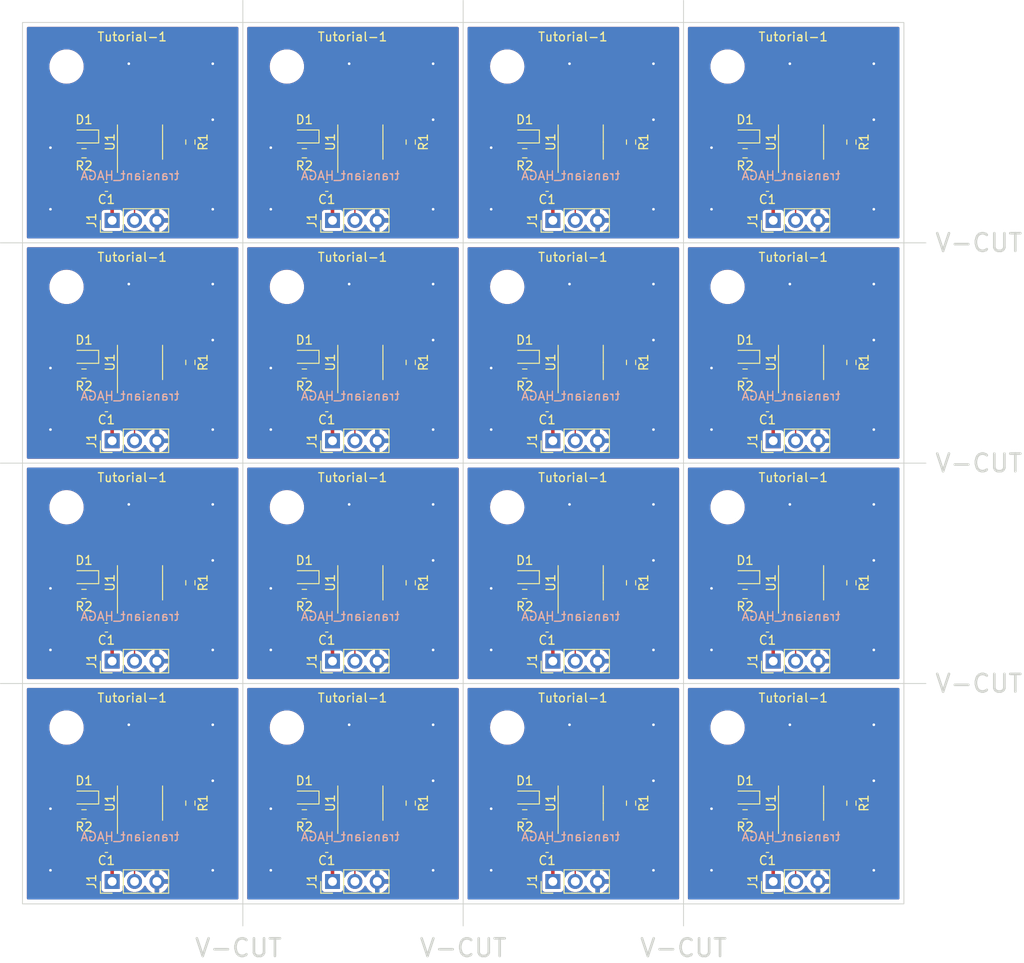
<source format=kicad_pcb>
(kicad_pcb (version 20211014) (generator pcbnew)
  (title_block (title "tutorial1") (rev "1") (company "Continuas_HAGA") (comment 1 "my first KiCad"))
  (layers (0 "F.Cu" signal) (31 "B.Cu" signal) (34 "B.Paste" user) (35 "F.Paste" user) (36 "B.SilkS" user "B.Silkscreen") (37 "F.SilkS" user "F.Silkscreen") (38 "B.Mask" user) (39 "F.Mask" user) (44 "Edge.Cuts" user))
  (net 0 "")
  (net 1 "/INPUT")
  (net 2 "Net-(J1-Pad2)")
  (net 3 "VCC")
  (net 4 "Net-(D1-Pad2)")
  (net 6 "Net-(D1-Pad1)")
  (net 10 "GND")
  (footprint "Resistor_SMD:R_0603_1608Metric_Pad0.98x0.95mm_HandSolder" (layer "F.Cu") (at 124.05 68.57 -90)
    (fp_text reference "R1")
    (fp_text value "100")
  )
  (footprint "Package_SO:SOIC-8_3.9x4.9mm_P1.27mm" (layer "F.Cu") (at 93.335 93.57 90)
    (fp_text reference "U1")
    (fp_text value "PIC12C508A-ISN")
  )
  (footprint "Package_SO:SOIC-8_3.9x4.9mm_P1.27mm" (layer "F.Cu") (at 143.335 118.57 90)
    (fp_text reference "U1")
    (fp_text value "PIC12C508A-ISN")
  )
  (footprint "Connector_PinHeader_2.54mm:PinHeader_1x03_P2.54mm_Vertical" (layer "F.Cu") (at 140.175 127.46 90)
    (fp_text reference "J1")
    (fp_text value "Conn_01x03_Male")
  )
  (footprint "Resistor_SMD:R_0603_1608Metric_Pad0.98x0.95mm_HandSolder" (layer "F.Cu") (at 86.985 69.84 180)
    (fp_text reference "R2")
    (fp_text value "1k")
  )
  (footprint "LED_SMD:LED_0603_1608Metric_Pad1.05x0.95mm_HandSolder" (layer "F.Cu") (at 161.985 92.935 180)
    (fp_text reference "D1")
    (fp_text value "LED")
  )
  (footprint "Capacitor_SMD:C_0603_1608Metric_Pad1.08x0.95mm_HandSolder" (layer "F.Cu") (at 89.525 73.65 180)
    (fp_text reference "C1")
    (fp_text value "0.01u")
  )
  (footprint "Connector_PinHeader_2.54mm:PinHeader_1x03_P2.54mm_Vertical" (layer "F.Cu") (at 140.175 77.46 90)
    (fp_text reference "J1")
    (fp_text value "Conn_01x03_Male")
  )
  (footprint "Resistor_SMD:R_0603_1608Metric_Pad0.98x0.95mm_HandSolder" (layer "F.Cu") (at 111.985 144.84 180)
    (fp_text reference "R2")
    (fp_text value "1k")
  )
  (footprint "Resistor_SMD:R_0603_1608Metric_Pad0.98x0.95mm_HandSolder" (layer "F.Cu") (at 149.05 68.57 -90)
    (fp_text reference "R1")
    (fp_text value "100")
  )
  (footprint "Resistor_SMD:R_0603_1608Metric_Pad0.98x0.95mm_HandSolder" (layer "F.Cu") (at 124.05 118.57 -90)
    (fp_text reference "R1")
    (fp_text value "100")
  )
  (footprint "MountingHole:MountingHole_3.2mm_M3" (layer "F.Cu") (at 110 85)
    (fp_text reference "MH1" hide)
    (fp_text value "MountingHole_3.2mm_M3" hide)
  )
  (footprint "Resistor_SMD:R_0603_1608Metric_Pad0.98x0.95mm_HandSolder" (layer "F.Cu") (at 149.05 118.57 -90)
    (fp_text reference "R1")
    (fp_text value "100")
  )
  (footprint "Resistor_SMD:R_0603_1608Metric_Pad0.98x0.95mm_HandSolder" (layer "F.Cu") (at 136.985 94.84 180)
    (fp_text reference "R2")
    (fp_text value "1k")
  )
  (footprint "LED_SMD:LED_0603_1608Metric_Pad1.05x0.95mm_HandSolder" (layer "F.Cu") (at 161.985 142.935 180)
    (fp_text reference "D1")
    (fp_text value "LED")
  )
  (footprint "Package_SO:SOIC-8_3.9x4.9mm_P1.27mm" (layer "F.Cu") (at 118.335 143.57 90)
    (fp_text reference "U1")
    (fp_text value "PIC12C508A-ISN")
  )
  (footprint "LED_SMD:LED_0603_1608Metric_Pad1.05x0.95mm_HandSolder" (layer "F.Cu") (at 136.985 92.935 180)
    (fp_text reference "D1")
    (fp_text value "LED")
  )
  (footprint "MountingHole:MountingHole_3.2mm_M3" (layer "F.Cu") (at 160 60)
    (fp_text reference "MH1" hide)
    (fp_text value "MountingHole_3.2mm_M3" hide)
  )
  (footprint "LED_SMD:LED_0603_1608Metric_Pad1.05x0.95mm_HandSolder" (layer "F.Cu") (at 86.985 142.935 180)
    (fp_text reference "D1")
    (fp_text value "LED")
  )
  (footprint "Resistor_SMD:R_0603_1608Metric_Pad0.98x0.95mm_HandSolder" (layer "F.Cu") (at 86.985 119.84 180)
    (fp_text reference "R2")
    (fp_text value "1k")
  )
  (footprint "MountingHole:MountingHole_3.2mm_M3" (layer "F.Cu") (at 85 60)
    (fp_text reference "MH1" hide)
    (fp_text value "MountingHole_3.2mm_M3" hide)
  )
  (footprint "Capacitor_SMD:C_0603_1608Metric_Pad1.08x0.95mm_HandSolder" (layer "F.Cu") (at 164.525 98.65 180)
    (fp_text reference "C1")
    (fp_text value "0.01u")
  )
  (footprint "Resistor_SMD:R_0603_1608Metric_Pad0.98x0.95mm_HandSolder" (layer "F.Cu") (at 99.05 93.57 -90)
    (fp_text reference "R1")
    (fp_text value "100")
  )
  (footprint "Resistor_SMD:R_0603_1608Metric_Pad0.98x0.95mm_HandSolder" (layer "F.Cu") (at 124.05 143.57 -90)
    (fp_text reference "R1")
    (fp_text value "100")
  )
  (footprint "Connector_PinHeader_2.54mm:PinHeader_1x03_P2.54mm_Vertical" (layer "F.Cu") (at 165.175 77.46 90)
    (fp_text reference "J1")
    (fp_text value "Conn_01x03_Male")
  )
  (footprint "Connector_PinHeader_2.54mm:PinHeader_1x03_P2.54mm_Vertical" (layer "F.Cu") (at 90.175 152.46 90)
    (fp_text reference "J1")
    (fp_text value "Conn_01x03_Male")
  )
  (footprint "Package_SO:SOIC-8_3.9x4.9mm_P1.27mm" (layer "F.Cu") (at 168.335 143.57 90)
    (fp_text reference "U1")
    (fp_text value "PIC12C508A-ISN")
  )
  (footprint "MountingHole:MountingHole_3.2mm_M3" (layer "F.Cu") (at 85 135)
    (fp_text reference "MH1" hide)
    (fp_text value "MountingHole_3.2mm_M3" hide)
  )
  (footprint "Resistor_SMD:R_0603_1608Metric_Pad0.98x0.95mm_HandSolder" (layer "F.Cu") (at 86.985 144.84 180)
    (fp_text reference "R2")
    (fp_text value "1k")
  )
  (footprint "Capacitor_SMD:C_0603_1608Metric_Pad1.08x0.95mm_HandSolder" (layer "F.Cu") (at 164.525 123.65 180)
    (fp_text reference "C1")
    (fp_text value "0.01u")
  )
  (footprint "LED_SMD:LED_0603_1608Metric_Pad1.05x0.95mm_HandSolder" (layer "F.Cu") (at 111.985 117.935 180)
    (fp_text reference "D1")
    (fp_text value "LED")
  )
  (footprint "MountingHole:MountingHole_3.2mm_M3" (layer "F.Cu") (at 135 60)
    (fp_text reference "MH1" hide)
    (fp_text value "MountingHole_3.2mm_M3" hide)
  )
  (footprint "Resistor_SMD:R_0603_1608Metric_Pad0.98x0.95mm_HandSolder" (layer "F.Cu") (at 136.985 69.84 180)
    (fp_text reference "R2")
    (fp_text value "1k")
  )
  (footprint "Capacitor_SMD:C_0603_1608Metric_Pad1.08x0.95mm_HandSolder" (layer "F.Cu") (at 139.525 98.65 180)
    (fp_text reference "C1")
    (fp_text value "0.01u")
  )
  (footprint "LED_SMD:LED_0603_1608Metric_Pad1.05x0.95mm_HandSolder" (layer "F.Cu") (at 86.985 67.935 180)
    (fp_text reference "D1")
    (fp_text value "LED")
  )
  (footprint "Resistor_SMD:R_0603_1608Metric_Pad0.98x0.95mm_HandSolder" (layer "F.Cu") (at 111.985 94.84 180)
    (fp_text reference "R2")
    (fp_text value "1k")
  )
  (footprint "Resistor_SMD:R_0603_1608Metric_Pad0.98x0.95mm_HandSolder" (layer "F.Cu") (at 174.05 93.57 -90)
    (fp_text reference "R1")
    (fp_text value "100")
  )
  (footprint "Package_SO:SOIC-8_3.9x4.9mm_P1.27mm" (layer "F.Cu") (at 143.335 93.57 90)
    (fp_text reference "U1")
    (fp_text value "PIC12C508A-ISN")
  )
  (footprint "Package_SO:SOIC-8_3.9x4.9mm_P1.27mm" (layer "F.Cu") (at 93.335 143.57 90)
    (fp_text reference "U1")
    (fp_text value "PIC12C508A-ISN")
  )
  (footprint "Package_SO:SOIC-8_3.9x4.9mm_P1.27mm" (layer "F.Cu") (at 143.335 68.57 90)
    (fp_text reference "U1")
    (fp_text value "PIC12C508A-ISN")
  )
  (footprint "LED_SMD:LED_0603_1608Metric_Pad1.05x0.95mm_HandSolder" (layer "F.Cu") (at 86.985 117.935 180)
    (fp_text reference "D1")
    (fp_text value "LED")
  )
  (footprint "Resistor_SMD:R_0603_1608Metric_Pad0.98x0.95mm_HandSolder" (layer "F.Cu") (at 111.985 119.84 180)
    (fp_text reference "R2")
    (fp_text value "1k")
  )
  (footprint "Resistor_SMD:R_0603_1608Metric_Pad0.98x0.95mm_HandSolder" (layer "F.Cu") (at 174.05 68.57 -90)
    (fp_text reference "R1")
    (fp_text value "100")
  )
  (footprint "MountingHole:MountingHole_3.2mm_M3" (layer "F.Cu") (at 160 85)
    (fp_text reference "MH1" hide)
    (fp_text value "MountingHole_3.2mm_M3" hide)
  )
  (footprint "Capacitor_SMD:C_0603_1608Metric_Pad1.08x0.95mm_HandSolder" (layer "F.Cu") (at 114.525 73.65 180)
    (fp_text reference "C1")
    (fp_text value "0.01u")
  )
  (footprint "Resistor_SMD:R_0603_1608Metric_Pad0.98x0.95mm_HandSolder" (layer "F.Cu") (at 174.05 118.57 -90)
    (fp_text reference "R1")
    (fp_text value "100")
  )
  (footprint "Capacitor_SMD:C_0603_1608Metric_Pad1.08x0.95mm_HandSolder" (layer "F.Cu") (at 89.525 98.65 180)
    (fp_text reference "C1")
    (fp_text value "0.01u")
  )
  (footprint "LED_SMD:LED_0603_1608Metric_Pad1.05x0.95mm_HandSolder" (layer "F.Cu") (at 111.985 67.935 180)
    (fp_text reference "D1")
    (fp_text value "LED")
  )
  (footprint "Connector_PinHeader_2.54mm:PinHeader_1x03_P2.54mm_Vertical" (layer "F.Cu") (at 90.175 77.46 90)
    (fp_text reference "J1")
    (fp_text value "Conn_01x03_Male")
  )
  (footprint "Resistor_SMD:R_0603_1608Metric_Pad0.98x0.95mm_HandSolder" (layer "F.Cu") (at 136.985 144.84 180)
    (fp_text reference "R2")
    (fp_text value "1k")
  )
  (footprint "MountingHole:MountingHole_3.2mm_M3" (layer "F.Cu") (at 135 135)
    (fp_text reference "MH1" hide)
    (fp_text value "MountingHole_3.2mm_M3" hide)
  )
  (footprint "Package_SO:SOIC-8_3.9x4.9mm_P1.27mm" (layer "F.Cu") (at 118.335 68.57 90)
    (fp_text reference "U1")
    (fp_text value "PIC12C508A-ISN")
  )
  (footprint "LED_SMD:LED_0603_1608Metric_Pad1.05x0.95mm_HandSolder" (layer "F.Cu") (at 161.985 67.935 180)
    (fp_text reference "D1")
    (fp_text value "LED")
  )
  (footprint "MountingHole:MountingHole_3.2mm_M3" (layer "F.Cu") (at 110 110)
    (fp_text reference "MH1" hide)
    (fp_text value "MountingHole_3.2mm_M3" hide)
  )
  (footprint "MountingHole:MountingHole_3.2mm_M3" (layer "F.Cu") (at 135 85)
    (fp_text reference "MH1" hide)
    (fp_text value "MountingHole_3.2mm_M3" hide)
  )
  (footprint "LED_SMD:LED_0603_1608Metric_Pad1.05x0.95mm_HandSolder" (layer "F.Cu") (at 86.985 92.935 180)
    (fp_text reference "D1")
    (fp_text value "LED")
  )
  (footprint "MountingHole:MountingHole_3.2mm_M3" (layer "F.Cu") (at 160 110)
    (fp_text reference "MH1" hide)
    (fp_text value "MountingHole_3.2mm_M3" hide)
  )
  (footprint "LED_SMD:LED_0603_1608Metric_Pad1.05x0.95mm_HandSolder" (layer "F.Cu") (at 111.985 142.935 180)
    (fp_text reference "D1")
    (fp_text value "LED")
  )
  (footprint "Package_SO:SOIC-8_3.9x4.9mm_P1.27mm" (layer "F.Cu") (at 168.335 68.57 90)
    (fp_text reference "U1")
    (fp_text value "PIC12C508A-ISN")
  )
  (footprint "Resistor_SMD:R_0603_1608Metric_Pad0.98x0.95mm_HandSolder" (layer "F.Cu") (at 161.985 119.84 180)
    (fp_text reference "R2")
    (fp_text value "1k")
  )
  (footprint "Connector_PinHeader_2.54mm:PinHeader_1x03_P2.54mm_Vertical" (layer "F.Cu") (at 165.175 152.46 90)
    (fp_text reference "J1")
    (fp_text value "Conn_01x03_Male")
  )
  (footprint "Capacitor_SMD:C_0603_1608Metric_Pad1.08x0.95mm_HandSolder" (layer "F.Cu") (at 139.525 73.65 180)
    (fp_text reference "C1")
    (fp_text value "0.01u")
  )
  (footprint "Resistor_SMD:R_0603_1608Metric_Pad0.98x0.95mm_HandSolder" (layer "F.Cu") (at 149.05 143.57 -90)
    (fp_text reference "R1")
    (fp_text value "100")
  )
  (footprint "Connector_PinHeader_2.54mm:PinHeader_1x03_P2.54mm_Vertical" (layer "F.Cu") (at 90.175 102.46 90)
    (fp_text reference "J1")
    (fp_text value "Conn_01x03_Male")
  )
  (footprint "Connector_PinHeader_2.54mm:PinHeader_1x03_P2.54mm_Vertical" (layer "F.Cu") (at 165.175 102.46 90)
    (fp_text reference "J1")
    (fp_text value "Conn_01x03_Male")
  )
  (footprint "Package_SO:SOIC-8_3.9x4.9mm_P1.27mm" (layer "F.Cu") (at 118.335 93.57 90)
    (fp_text reference "U1")
    (fp_text value "PIC12C508A-ISN")
  )
  (footprint "Connector_PinHeader_2.54mm:PinHeader_1x03_P2.54mm_Vertical" (layer "F.Cu") (at 115.175 77.46 90)
    (fp_text reference "J1")
    (fp_text value "Conn_01x03_Male")
  )
  (footprint "LED_SMD:LED_0603_1608Metric_Pad1.05x0.95mm_HandSolder" (layer "F.Cu") (at 136.985 117.935 180)
    (fp_text reference "D1")
    (fp_text value "LED")
  )
  (footprint "Connector_PinHeader_2.54mm:PinHeader_1x03_P2.54mm_Vertical" (layer "F.Cu") (at 115.175 127.46 90)
    (fp_text reference "J1")
    (fp_text value "Conn_01x03_Male")
  )
  (footprint "Capacitor_SMD:C_0603_1608Metric_Pad1.08x0.95mm_HandSolder" (layer "F.Cu") (at 139.525 123.65 180)
    (fp_text reference "C1")
    (fp_text value "0.01u")
  )
  (footprint "LED_SMD:LED_0603_1608Metric_Pad1.05x0.95mm_HandSolder" (layer "F.Cu") (at 111.985 92.935 180)
    (fp_text reference "D1")
    (fp_text value "LED")
  )
  (footprint "Capacitor_SMD:C_0603_1608Metric_Pad1.08x0.95mm_HandSolder" (layer "F.Cu") (at 114.525 123.65 180)
    (fp_text reference "C1")
    (fp_text value "0.01u")
  )
  (footprint "Connector_PinHeader_2.54mm:PinHeader_1x03_P2.54mm_Vertical" (layer "F.Cu") (at 90.175 127.46 90)
    (fp_text reference "J1")
    (fp_text value "Conn_01x03_Male")
  )
  (footprint "Connector_PinHeader_2.54mm:PinHeader_1x03_P2.54mm_Vertical" (layer "F.Cu") (at 115.175 152.46 90)
    (fp_text reference "J1")
    (fp_text value "Conn_01x03_Male")
  )
  (footprint "MountingHole:MountingHole_3.2mm_M3" (layer "F.Cu") (at 85 85)
    (fp_text reference "MH1" hide)
    (fp_text value "MountingHole_3.2mm_M3" hide)
  )
  (footprint "Resistor_SMD:R_0603_1608Metric_Pad0.98x0.95mm_HandSolder" (layer "F.Cu") (at 99.05 68.57 -90)
    (fp_text reference "R1")
    (fp_text value "100")
  )
  (footprint "Connector_PinHeader_2.54mm:PinHeader_1x03_P2.54mm_Vertical" (layer "F.Cu") (at 115.175 102.46 90)
    (fp_text reference "J1")
    (fp_text value "Conn_01x03_Male")
  )
  (footprint "Resistor_SMD:R_0603_1608Metric_Pad0.98x0.95mm_HandSolder" (layer "F.Cu") (at 99.05 118.57 -90)
    (fp_text reference "R1")
    (fp_text value "100")
  )
  (footprint "Connector_PinHeader_2.54mm:PinHeader_1x03_P2.54mm_Vertical" (layer "F.Cu") (at 165.175 127.46 90)
    (fp_text reference "J1")
    (fp_text value "Conn_01x03_Male")
  )
  (footprint "Capacitor_SMD:C_0603_1608Metric_Pad1.08x0.95mm_HandSolder" (layer "F.Cu") (at 114.525 98.65 180)
    (fp_text reference "C1")
    (fp_text value "0.01u")
  )
  (footprint "Package_SO:SOIC-8_3.9x4.9mm_P1.27mm" (layer "F.Cu") (at 118.335 118.57 90)
    (fp_text reference "U1")
    (fp_text value "PIC12C508A-ISN")
  )
  (footprint "Resistor_SMD:R_0603_1608Metric_Pad0.98x0.95mm_HandSolder" (layer "F.Cu") (at 161.985 69.84 180)
    (fp_text reference "R2")
    (fp_text value "1k")
  )
  (footprint "Connector_PinHeader_2.54mm:PinHeader_1x03_P2.54mm_Vertical" (layer "F.Cu") (at 140.175 102.46 90)
    (fp_text reference "J1")
    (fp_text value "Conn_01x03_Male")
  )
  (footprint "Resistor_SMD:R_0603_1608Metric_Pad0.98x0.95mm_HandSolder" (layer "F.Cu") (at 174.05 143.57 -90)
    (fp_text reference "R1")
    (fp_text value "100")
  )
  (footprint "MountingHole:MountingHole_3.2mm_M3" (layer "F.Cu") (at 85 110)
    (fp_text reference "MH1" hide)
    (fp_text value "MountingHole_3.2mm_M3" hide)
  )
  (footprint "Resistor_SMD:R_0603_1608Metric_Pad0.98x0.95mm_HandSolder" (layer "F.Cu") (at 86.985 94.84 180)
    (fp_text reference "R2")
    (fp_text value "1k")
  )
  (footprint "LED_SMD:LED_0603_1608Metric_Pad1.05x0.95mm_HandSolder" (layer "F.Cu") (at 136.985 67.935 180)
    (fp_text reference "D1")
    (fp_text value "LED")
  )
  (footprint "Package_SO:SOIC-8_3.9x4.9mm_P1.27mm" (layer "F.Cu") (at 93.335 118.57 90)
    (fp_text reference "U1")
    (fp_text value "PIC12C508A-ISN")
  )
  (footprint "Package_SO:SOIC-8_3.9x4.9mm_P1.27mm" (layer "F.Cu") (at 168.335 93.57 90)
    (fp_text reference "U1")
    (fp_text value "PIC12C508A-ISN")
  )
  (footprint "Package_SO:SOIC-8_3.9x4.9mm_P1.27mm" (layer "F.Cu") (at 143.335 143.57 90)
    (fp_text reference "U1")
    (fp_text value "PIC12C508A-ISN")
  )
  (footprint "MountingHole:MountingHole_3.2mm_M3" (layer "F.Cu") (at 135 110)
    (fp_text reference "MH1" hide)
    (fp_text value "MountingHole_3.2mm_M3" hide)
  )
  (footprint "Resistor_SMD:R_0603_1608Metric_Pad0.98x0.95mm_HandSolder" (layer "F.Cu") (at 99.05 143.57 -90)
    (fp_text reference "R1")
    (fp_text value "100")
  )
  (footprint "Capacitor_SMD:C_0603_1608Metric_Pad1.08x0.95mm_HandSolder" (layer "F.Cu") (at 139.525 148.65 180)
    (fp_text reference "C1")
    (fp_text value "0.01u")
  )
  (footprint "Package_SO:SOIC-8_3.9x4.9mm_P1.27mm" (layer "F.Cu") (at 168.335 118.57 90)
    (fp_text reference "U1")
    (fp_text value "PIC12C508A-ISN")
  )
  (footprint "Capacitor_SMD:C_0603_1608Metric_Pad1.08x0.95mm_HandSolder" (layer "F.Cu") (at 164.525 148.65 180)
    (fp_text reference "C1")
    (fp_text value "0.01u")
  )
  (footprint "LED_SMD:LED_0603_1608Metric_Pad1.05x0.95mm_HandSolder" (layer "F.Cu") (at 161.985 117.935 180)
    (fp_text reference "D1")
    (fp_text value "LED")
  )
  (footprint "Resistor_SMD:R_0603_1608Metric_Pad0.98x0.95mm_HandSolder" (layer "F.Cu") (at 111.985 69.84 180)
    (fp_text reference "R2")
    (fp_text value "1k")
  )
  (footprint "MountingHole:MountingHole_3.2mm_M3" (layer "F.Cu") (at 110 135)
    (fp_text reference "MH1" hide)
    (fp_text value "MountingHole_3.2mm_M3" hide)
  )
  (footprint "Resistor_SMD:R_0603_1608Metric_Pad0.98x0.95mm_HandSolder" (layer "F.Cu") (at 161.985 144.84 180)
    (fp_text reference "R2")
    (fp_text value "1k")
  )
  (footprint "Resistor_SMD:R_0603_1608Metric_Pad0.98x0.95mm_HandSolder" (layer "F.Cu") (at 124.05 93.57 -90)
    (fp_text reference "R1")
    (fp_text value "100")
  )
  (footprint "Capacitor_SMD:C_0603_1608Metric_Pad1.08x0.95mm_HandSolder" (layer "F.Cu") (at 89.525 148.65 180)
    (fp_text reference "C1")
    (fp_text value "0.01u")
  )
  (footprint "Capacitor_SMD:C_0603_1608Metric_Pad1.08x0.95mm_HandSolder" (layer "F.Cu") (at 164.525 73.65 180)
    (fp_text reference "C1")
    (fp_text value "0.01u")
  )
  (footprint "Resistor_SMD:R_0603_1608Metric_Pad0.98x0.95mm_HandSolder" (layer "F.Cu") (at 161.985 94.84 180)
    (fp_text reference "R2")
    (fp_text value "1k")
  )
  (footprint "MountingHole:MountingHole_3.2mm_M3" (layer "F.Cu") (at 110 60)
    (fp_text reference "MH1" hide)
    (fp_text value "MountingHole_3.2mm_M3" hide)
  )
  (footprint "Capacitor_SMD:C_0603_1608Metric_Pad1.08x0.95mm_HandSolder" (layer "F.Cu") (at 114.525 148.65 180)
    (fp_text reference "C1")
    (fp_text value "0.01u")
  )
  (footprint "Resistor_SMD:R_0603_1608Metric_Pad0.98x0.95mm_HandSolder" (layer "F.Cu") (at 136.985 119.84 180)
    (fp_text reference "R2")
    (fp_text value "1k")
  )
  (footprint "Capacitor_SMD:C_0603_1608Metric_Pad1.08x0.95mm_HandSolder" (layer "F.Cu") (at 89.525 123.65 180)
    (fp_text reference "C1")
    (fp_text value "0.01u")
  )
  (footprint "Connector_PinHeader_2.54mm:PinHeader_1x03_P2.54mm_Vertical" (layer "F.Cu") (at 140.175 152.46 90)
    (fp_text reference "J1")
    (fp_text value "Conn_01x03_Male")
  )
  (footprint "Package_SO:SOIC-8_3.9x4.9mm_P1.27mm" (layer "F.Cu") (at 93.335 68.57 90)
    (fp_text reference "U1")
    (fp_text value "PIC12C508A-ISN")
  )
  (footprint "Resistor_SMD:R_0603_1608Metric_Pad0.98x0.95mm_HandSolder" (layer "F.Cu") (at 149.05 93.57 -90)
    (fp_text reference "R1")
    (fp_text value "100")
  )
  (footprint "MountingHole:MountingHole_3.2mm_M3" (layer "F.Cu") (at 160 135)
    (fp_text reference "MH1" hide)
    (fp_text value "MountingHole_3.2mm_M3" hide)
  )
  (footprint "LED_SMD:LED_0603_1608Metric_Pad1.05x0.95mm_HandSolder" (layer "F.Cu") (at 136.985 142.935 180)
    (fp_text reference "D1")
    (fp_text value "LED")
  )
  (gr_line (start 77.5 105) (end 182.5 105) (layer "Edge.Cuts") (width 0.1))
  (gr_line (start 182.5 80) (end 77.5 80) (layer "Edge.Cuts") (width 0.1))
  (gr_line (start 105 52.5) (end 105 157.5) (layer "Edge.Cuts") (width 0.1))
  (gr_line (start 130 157.5) (end 130 52.5) (layer "Edge.Cuts") (width 0.1))
  (gr_line (start 182.5 130) (end 77.5 130) (layer "Edge.Cuts") (width 0.1))
  (gr_rect (start 80 55) (end 180 155) (layer "Edge.Cuts") (width 0.1) (fill none))
  (gr_line (start 155 52.5) (end 155 157.5) (layer "Edge.Cuts") (width 0.1))
  (gr_text "transiant_HAGA" (at 167.192 72.38) (layer "B.SilkS") (effects (font (size 1 1)) (justify mirror)))
  (gr_text "transiant_HAGA" (at 142.192 72.38) (layer "B.SilkS") (effects (font (size 1 1)) (justify mirror)))
  (gr_text "transiant_HAGA" (at 92.192 97.38) (layer "B.SilkS") (effects (font (size 1 1)) (justify mirror)))
  (gr_text "transiant_HAGA" (at 117.192 122.38) (layer "B.SilkS") (effects (font (size 1 1)) (justify mirror)))
  (gr_text "transiant_HAGA" (at 167.192 147.38) (layer "B.SilkS") (effects (font (size 1 1)) (justify mirror)))
  (gr_text "transiant_HAGA" (at 117.192 97.38) (layer "B.SilkS") (effects (font (size 1 1)) (justify mirror)))
  (gr_text "transiant_HAGA" (at 117.192 147.38) (layer "B.SilkS") (effects (font (size 1 1)) (justify mirror)))
  (gr_text "transiant_HAGA" (at 117.192 72.38) (layer "B.SilkS") (effects (font (size 1 1)) (justify mirror)))
  (gr_text "transiant_HAGA" (at 92.192 122.38) (layer "B.SilkS") (effects (font (size 1 1)) (justify mirror)))
  (gr_text "transiant_HAGA" (at 92.192 72.38) (layer "B.SilkS") (effects (font (size 1 1)) (justify mirror)))
  (gr_text "transiant_HAGA" (at 142.192 122.38) (layer "B.SilkS") (effects (font (size 1 1)) (justify mirror)))
  (gr_text "transiant_HAGA" (at 142.192 147.38) (layer "B.SilkS") (effects (font (size 1 1)) (justify mirror)))
  (gr_text "transiant_HAGA" (at 92.192 147.38) (layer "B.SilkS") (effects (font (size 1 1)) (justify mirror)))
  (gr_text "transiant_HAGA" (at 167.192 97.38) (layer "B.SilkS") (effects (font (size 1 1)) (justify mirror)))
  (gr_text "transiant_HAGA" (at 142.192 97.38) (layer "B.SilkS") (effects (font (size 1 1)) (justify mirror)))
  (gr_text "transiant_HAGA" (at 167.192 122.38) (layer "B.SilkS") (effects (font (size 1 1)) (justify mirror)))
  (gr_text "Tutorial-1" (at 167.446 81.632) (layer "F.SilkS") (effects (font (size 1 1))))
  (gr_text "Tutorial-1" (at 167.446 56.632) (layer "F.SilkS") (effects (font (size 1 1))))
  (gr_text "Tutorial-1" (at 142.446 56.632) (layer "F.SilkS") (effects (font (size 1 1))))
  (gr_text "Tutorial-1" (at 142.446 106.632) (layer "F.SilkS") (effects (font (size 1 1))))
  (gr_text "Tutorial-1" (at 92.446 81.632) (layer "F.SilkS") (effects (font (size 1 1))))
  (gr_text "Tutorial-1" (at 92.446 131.632) (layer "F.SilkS") (effects (font (size 1 1))))
  (gr_text "Tutorial-1" (at 117.446 56.632) (layer "F.SilkS") (effects (font (size 1 1))))
  (gr_text "Tutorial-1" (at 117.446 131.632) (layer "F.SilkS") (effects (font (size 1 1))))
  (gr_text "Tutorial-1" (at 142.446 131.632) (layer "F.SilkS") (effects (font (size 1 1))))
  (gr_text "Tutorial-1" (at 117.446 106.632) (layer "F.SilkS") (effects (font (size 1 1))))
  (gr_text "Tutorial-1" (at 167.446 106.632) (layer "F.SilkS") (effects (font (size 1 1))))
  (gr_text "Tutorial-1" (at 92.446 56.632) (layer "F.SilkS") (effects (font (size 1 1))))
  (gr_text "Tutorial-1" (at 117.446 81.632) (layer "F.SilkS") (effects (font (size 1 1))))
  (gr_text "Tutorial-1" (at 142.446 81.632) (layer "F.SilkS") (effects (font (size 1 1))))
  (gr_text "Tutorial-1" (at 92.446 106.632) (layer "F.SilkS") (effects (font (size 1 1))))
  (gr_text "Tutorial-1" (at 167.446 131.632) (layer "F.SilkS") (effects (font (size 1 1))))
  (gr_text "V-CUT" (at 104.5 160) (layer "Edge.Cuts") (effects (font (size 2 2) (thickness 0.3))))
  (gr_text "V-CUT" (at 130 160) (layer "Edge.Cuts") (effects (font (size 2 2) (thickness 0.3))))
  (gr_text "V-CUT" (at 188.5 130) (layer "Edge.Cuts") (effects (font (size 2 2) (thickness 0.3))))
  (gr_text "V-CUT" (at 188.5 105) (layer "Edge.Cuts") (effects (font (size 2 2) (thickness 0.3))))
  (gr_text "V-CUT" (at 188.5 80) (layer "Edge.Cuts") (effects (font (size 2 2) (thickness 0.3))))
  (gr_text "V-CUT" (at 155 160) (layer "Edge.Cuts") (effects (font (size 2 2) (thickness 0.3))))
  (segment (start 94.8857 122.256) (end 95.5923 122.256) (width 0.1524) (layer "F.Cu") (net 1))
  (segment (start 144.8857 122.256) (end 145.5923 122.256) (width 0.1524) (layer "F.Cu") (net 1))
  (segment (start 93.97 121.3403) (end 94.8857 122.256) (width 0.1524) (layer "F.Cu") (net 1))
  (segment (start 120.5923 147.256) (end 122.9424 144.9059) (width 0.1524) (layer "F.Cu") (net 1))
  (segment (start 93.97 96.045) (end 93.97 96.3403) (width 0.1524) (layer "F.Cu") (net 1))
  (segment (start 93.97 71.3403) (end 94.8857 72.256) (width 0.1524) (layer "F.Cu") (net 1))
  (segment (start 168.97 71.3403) (end 169.8857 72.256) (width 0.1524) (layer "F.Cu") (net 1))
  (segment (start 122.9424 93.7651) (end 124.05 92.6575) (width 0.1524) (layer "F.Cu") (net 1))
  (segment (start 97.9424 94.9059) (end 97.9424 93.7651) (width 0.1524) (layer "F.Cu") (net 1))
  (segment (start 169.8857 122.256) (end 170.5923 122.256) (width 0.1524) (layer "F.Cu") (net 1))
  (segment (start 145.5923 147.256) (end 147.9424 144.9059) (width 0.1524) (layer "F.Cu") (net 1))
  (segment (start 122.9424 68.7651) (end 124.05 67.6575) (width 0.1524) (layer "F.Cu") (net 1))
  (segment (start 93.97 96.3403) (end 94.8857 97.256) (width 0.1524) (layer "F.Cu") (net 1))
  (segment (start 95.5923 72.256) (end 97.9424 69.9059) (width 0.1524) (layer "F.Cu") (net 1))
  (segment (start 97.9424 118.7651) (end 99.05 117.6575) (width 0.1524) (layer "F.Cu") (net 1))
  (segment (start 145.5923 72.256) (end 147.9424 69.9059) (width 0.1524) (layer "F.Cu") (net 1))
  (segment (start 122.9424 118.7651) (end 124.05 117.6575) (width 0.1524) (layer "F.Cu") (net 1))
  (segment (start 170.5923 147.256) (end 172.9424 144.9059) (width 0.1524) (layer "F.Cu") (net 1))
  (segment (start 147.9424 69.9059) (end 147.9424 68.7651) (width 0.1524) (layer "F.Cu") (net 1))
  (segment (start 168.97 96.3403) (end 169.8857 97.256) (width 0.1524) (layer "F.Cu") (net 1))
  (segment (start 145.5923 97.256) (end 147.9424 94.9059) (width 0.1524) (layer "F.Cu") (net 1))
  (segment (start 172.9424 93.7651) (end 174.05 92.6575) (width 0.1524) (layer "F.Cu") (net 1))
  (segment (start 172.9424 143.7651) (end 174.05 142.6575) (width 0.1524) (layer "F.Cu") (net 1))
  (segment (start 97.9424 69.9059) (end 97.9424 68.7651) (width 0.1524) (layer "F.Cu") (net 1))
  (segment (start 168.97 71.045) (end 168.97 71.3403) (width 0.1524) (layer "F.Cu") (net 1))
  (segment (start 147.9424 68.7651) (end 149.05 67.6575) (width 0.1524) (layer "F.Cu") (net 1))
  (segment (start 168.97 96.045) (end 168.97 96.3403) (width 0.1524) (layer "F.Cu") (net 1))
  (segment (start 93.97 121.045) (end 93.97 121.3403) (width 0.1524) (layer "F.Cu") (net 1))
  (segment (start 122.9424 94.9059) (end 122.9424 93.7651) (width 0.1524) (layer "F.Cu") (net 1))
  (segment (start 143.97 121.3403) (end 144.8857 122.256) (width 0.1524) (layer "F.Cu") (net 1))
  (segment (start 119.8857 122.256) (end 120.5923 122.256) (width 0.1524) (layer "F.Cu") (net 1))
  (segment (start 119.8857 97.256) (end 120.5923 97.256) (width 0.1524) (layer "F.Cu") (net 1))
  (segment (start 118.97 146.045) (end 118.97 146.3403) (width 0.1524) (layer "F.Cu") (net 1))
  (segment (start 120.5923 97.256) (end 122.9424 94.9059) (width 0.1524) (layer "F.Cu") (net 1))
  (segment (start 97.9424 119.9059) (end 97.9424 118.7651) (width 0.1524) (layer "F.Cu") (net 1))
  (segment (start 143.97 96.045) (end 143.97 96.3403) (width 0.1524) (layer "F.Cu") (net 1))
  (segment (start 147.9424 93.7651) (end 149.05 92.6575) (width 0.1524) (layer "F.Cu") (net 1))
  (segment (start 143.97 96.3403) (end 144.8857 97.256) (width 0.1524) (layer "F.Cu") (net 1))
  (segment (start 170.5923 72.256) (end 172.9424 69.9059) (width 0.1524) (layer "F.Cu") (net 1))
  (segment (start 97.9424 93.7651) (end 99.05 92.6575) (width 0.1524) (layer "F.Cu") (net 1))
  (segment (start 122.9424 144.9059) (end 122.9424 143.7651) (width 0.1524) (layer "F.Cu") (net 1))
  (segment (start 168.97 146.045) (end 168.97 146.3403) (width 0.1524) (layer "F.Cu") (net 1))
  (segment (start 122.9424 69.9059) (end 122.9424 68.7651) (width 0.1524) (layer "F.Cu") (net 1))
  (segment (start 118.97 96.3403) (end 119.8857 97.256) (width 0.1524) (layer "F.Cu") (net 1))
  (segment (start 172.9424 68.7651) (end 174.05 67.6575) (width 0.1524) (layer "F.Cu") (net 1))
  (segment (start 119.8857 147.256) (end 120.5923 147.256) (width 0.1524) (layer "F.Cu") (net 1))
  (segment (start 143.97 71.045) (end 143.97 71.3403) (width 0.1524) (layer "F.Cu") (net 1))
  (segment (start 94.8857 147.256) (end 95.5923 147.256) (width 0.1524) (layer "F.Cu") (net 1))
  (segment (start 122.9424 143.7651) (end 124.05 142.6575) (width 0.1524) (layer "F.Cu") (net 1))
  (segment (start 168.97 146.3403) (end 169.8857 147.256) (width 0.1524) (layer "F.Cu") (net 1))
  (segment (start 147.9424 118.7651) (end 149.05 117.6575) (width 0.1524) (layer "F.Cu") (net 1))
  (segment (start 119.8857 72.256) (end 120.5923 72.256) (width 0.1524) (layer "F.Cu") (net 1))
  (segment (start 122.9424 119.9059) (end 122.9424 118.7651) (width 0.1524) (layer "F.Cu") (net 1))
  (segment (start 143.97 71.3403) (end 144.8857 72.256) (width 0.1524) (layer "F.Cu") (net 1))
  (segment (start 120.5923 122.256) (end 122.9424 119.9059) (width 0.1524) (layer "F.Cu") (net 1))
  (segment (start 147.9424 119.9059) (end 147.9424 118.7651) (width 0.1524) (layer "F.Cu") (net 1))
  (segment (start 144.8857 72.256) (end 145.5923 72.256) (width 0.1524) (layer "F.Cu") (net 1))
  (segment (start 144.8857 147.256) (end 145.5923 147.256) (width 0.1524) (layer "F.Cu") (net 1))
  (segment (start 168.97 121.045) (end 168.97 121.3403) (width 0.1524) (layer "F.Cu") (net 1))
  (segment (start 95.5923 147.256) (end 97.9424 144.9059) (width 0.1524) (layer "F.Cu") (net 1))
  (segment (start 143.97 121.045) (end 143.97 121.3403) (width 0.1524) (layer "F.Cu") (net 1))
  (segment (start 118.97 71.045) (end 118.97 71.3403) (width 0.1524) (layer "F.Cu") (net 1))
  (segment (start 168.97 121.3403) (end 169.8857 122.256) (width 0.1524) (layer "F.Cu") (net 1))
  (segment (start 145.5923 122.256) (end 147.9424 119.9059) (width 0.1524) (layer "F.Cu") (net 1))
  (segment (start 118.97 96.045) (end 118.97 96.3403) (width 0.1524) (layer "F.Cu") (net 1))
  (segment (start 143.97 146.3403) (end 144.8857 147.256) (width 0.1524) (layer "F.Cu") (net 1))
  (segment (start 94.8857 97.256) (end 95.5923 97.256) (width 0.1524) (layer "F.Cu") (net 1))
  (segment (start 170.5923 97.256) (end 172.9424 94.9059) (width 0.1524) (layer "F.Cu") (net 1))
  (segment (start 147.9424 94.9059) (end 147.9424 93.7651) (width 0.1524) (layer "F.Cu") (net 1))
  (segment (start 144.8857 97.256) (end 145.5923 97.256) (width 0.1524) (layer "F.Cu") (net 1))
  (segment (start 118.97 121.045) (end 118.97 121.3403) (width 0.1524) (layer "F.Cu") (net 1))
  (segment (start 120.5923 72.256) (end 122.9424 69.9059) (width 0.1524) (layer "F.Cu") (net 1))
  (segment (start 169.8857 147.256) (end 170.5923 147.256) (width 0.1524) (layer "F.Cu") (net 1))
  (segment (start 143.97 146.045) (end 143.97 146.3403) (width 0.1524) (layer "F.Cu") (net 1))
  (segment (start 170.5923 122.256) (end 172.9424 119.9059) (width 0.1524) (layer "F.Cu") (net 1))
  (segment (start 97.9424 144.9059) (end 97.9424 143.7651) (width 0.1524) (layer "F.Cu") (net 1))
  (segment (start 169.8857 72.256) (end 170.5923 72.256) (width 0.1524) (layer "F.Cu") (net 1))
  (segment (start 94.8857 72.256) (end 95.5923 72.256) (width 0.1524) (layer "F.Cu") (net 1))
  (segment (start 93.97 146.045) (end 93.97 146.3403) (width 0.1524) (layer "F.Cu") (net 1))
  (segment (start 118.97 71.3403) (end 119.8857 72.256) (width 0.1524) (layer "F.Cu") (net 1))
  (segment (start 93.97 146.3403) (end 94.8857 147.256) (width 0.1524) (layer "F.Cu") (net 1))
  (segment (start 147.9424 144.9059) (end 147.9424 143.7651) (width 0.1524) (layer "F.Cu") (net 1))
  (segment (start 93.97 71.045) (end 93.97 71.3403) (width 0.1524) (layer "F.Cu") (net 1))
  (segment (start 172.9424 144.9059) (end 172.9424 143.7651) (width 0.1524) (layer "F.Cu") (net 1))
  (segment (start 147.9424 143.7651) (end 149.05 142.6575) (width 0.1524) (layer "F.Cu") (net 1))
  (segment (start 172.9424 119.9059) (end 172.9424 118.7651) (width 0.1524) (layer "F.Cu") (net 1))
  (segment (start 172.9424 94.9059) (end 172.9424 93.7651) (width 0.1524) (layer "F.Cu") (net 1))
  (segment (start 118.97 146.3403) (end 119.8857 147.256) (width 0.1524) (layer "F.Cu") (net 1))
  (segment (start 95.5923 122.256) (end 97.9424 119.9059) (width 0.1524) (layer "F.Cu") (net 1))
  (segment (start 118.97 121.3403) (end 119.8857 122.256) (width 0.1524) (layer "F.Cu") (net 1))
  (segment (start 97.9424 68.7651) (end 99.05 67.6575) (width 0.1524) (layer "F.Cu") (net 1))
  (segment (start 172.9424 69.9059) (end 172.9424 68.7651) (width 0.1524) (layer "F.Cu") (net 1))
  (segment (start 97.9424 143.7651) (end 99.05 142.6575) (width 0.1524) (layer "F.Cu") (net 1))
  (segment (start 172.9424 118.7651) (end 174.05 117.6575) (width 0.1524) (layer "F.Cu") (net 1))
  (segment (start 95.5923 97.256) (end 97.9424 94.9059) (width 0.1524) (layer "F.Cu") (net 1))
  (segment (start 169.8857 97.256) (end 170.5923 97.256) (width 0.1524) (layer "F.Cu") (net 1))
  (segment (start 142.715 100.8175) (end 142.715 102.46) (width 0.1524) (layer "F.Cu") (net 2))
  (segment (start 99.05 119.4825) (end 92.715 125.8175) (width 0.1524) (layer "F.Cu") (net 2))
  (segment (start 124.05 119.4825) (end 117.715 125.8175) (width 0.1524) (layer "F.Cu") (net 2))
  (segment (start 149.05 69.4825) (end 142.715 75.8175) (width 0.1524) (layer "F.Cu") (net 2))
  (segment (start 117.715 150.8175) (end 117.715 152.46) (width 0.1524) (layer "F.Cu") (net 2))
  (segment (start 167.715 75.8175) (end 167.715 77.46) (width 0.1524) (layer "F.Cu") (net 2))
  (segment (start 117.715 75.8175) (end 117.715 77.46) (width 0.1524) (layer "F.Cu") (net 2))
  (segment (start 149.05 94.4825) (end 142.715 100.8175) (width 0.1524) (layer "F.Cu") (net 2))
  (segment (start 99.05 144.4825) (end 92.715 150.8175) (width 0.1524) (layer "F.Cu") (net 2))
  (segment (start 142.715 125.8175) (end 142.715 127.46) (width 0.1524) (layer "F.Cu") (net 2))
  (segment (start 92.715 100.8175) (end 92.715 102.46) (width 0.1524) (layer "F.Cu") (net 2))
  (segment (start 124.05 69.4825) (end 117.715 75.8175) (width 0.1524) (layer "F.Cu") (net 2))
  (segment (start 174.05 94.4825) (end 167.715 100.8175) (width 0.1524) (layer "F.Cu") (net 2))
  (segment (start 174.05 119.4825) (end 167.715 125.8175) (width 0.1524) (layer "F.Cu") (net 2))
  (segment (start 167.715 100.8175) (end 167.715 102.46) (width 0.1524) (layer "F.Cu") (net 2))
  (segment (start 99.05 94.4825) (end 92.715 100.8175) (width 0.1524) (layer "F.Cu") (net 2))
  (segment (start 92.715 125.8175) (end 92.715 127.46) (width 0.1524) (layer "F.Cu") (net 2))
  (segment (start 174.05 144.4825) (end 167.715 150.8175) (width 0.1524) (layer "F.Cu") (net 2))
  (segment (start 92.715 150.8175) (end 92.715 152.46) (width 0.1524) (layer "F.Cu") (net 2))
  (segment (start 174.05 69.4825) (end 167.715 75.8175) (width 0.1524) (layer "F.Cu") (net 2))
  (segment (start 142.715 150.8175) (end 142.715 152.46) (width 0.1524) (layer "F.Cu") (net 2))
  (segment (start 124.05 94.4825) (end 117.715 100.8175) (width 0.1524) (layer "F.Cu") (net 2))
  (segment (start 117.715 125.8175) (end 117.715 127.46) (width 0.1524) (layer "F.Cu") (net 2))
  (segment (start 149.05 119.4825) (end 142.715 125.8175) (width 0.1524) (layer "F.Cu") (net 2))
  (segment (start 117.715 100.8175) (end 117.715 102.46) (width 0.1524) (layer "F.Cu") (net 2))
  (segment (start 167.715 150.8175) (end 167.715 152.46) (width 0.1524) (layer "F.Cu") (net 2))
  (segment (start 149.05 144.4825) (end 142.715 150.8175) (width 0.1524) (layer "F.Cu") (net 2))
  (segment (start 142.715 75.8175) (end 142.715 77.46) (width 0.1524) (layer "F.Cu") (net 2))
  (segment (start 167.715 125.8175) (end 167.715 127.46) (width 0.1524) (layer "F.Cu") (net 2))
  (segment (start 99.05 69.4825) (end 92.715 75.8175) (width 0.1524) (layer "F.Cu") (net 2))
  (segment (start 92.715 75.8175) (end 92.715 77.46) (width 0.1524) (layer "F.Cu") (net 2))
  (segment (start 124.05 144.4825) (end 117.715 150.8175) (width 0.1524) (layer "F.Cu") (net 2))
  (segment (start 140.388 73.65) (end 140.3875 73.65) (width 0.1524) (layer "F.Cu") (net 3))
  (segment (start 115.388 123.65) (end 116.43 123.65) (width 0.4) (layer "F.Cu") (net 3))
  (segment (start 116.43 149.285) (end 116.43 148.65) (width 0.4) (layer "F.Cu") (net 3))
  (segment (start 87.898 69.84) (end 91.43 69.84) (width 0.2) (layer "F.Cu") (net 3))
  (segment (start 141.43 148.65) (end 141.43 146.045) (width 0.4) (layer "F.Cu") (net 3))
  (segment (start 115.175 127.46) (end 115.175 126.205) (width 0.4) (layer "F.Cu") (net 3))
  (segment (start 162.898 119.84) (end 162.8975 119.84) (width 0.1524) (layer "F.Cu") (net 3))
  (segment (start 115.16 126.19) (end 115.16 125.555) (width 0.4) (layer "F.Cu") (net 3))
  (segment (start 165.388 73.65) (end 165.3875 73.65) (width 0.1524) (layer "F.Cu") (net 3))
  (segment (start 112.898 94.84) (end 112.8975 94.84) (width 0.1524) (layer "F.Cu") (net 3))
  (segment (start 137.898 119.84) (end 141.43 119.84) (width 0.2) (layer "F.Cu") (net 3))
  (segment (start 115.388 98.65) (end 116.43 98.65) (width 0.4) (layer "F.Cu") (net 3))
  (segment (start 140.175 151.205) (end 140.16 151.19) (width 0.4) (layer "F.Cu") (net 3))
  (segment (start 116.43 98.65) (end 116.43 96.045) (width 0.4) (layer "F.Cu") (net 3))
  (segment (start 87.898 119.84) (end 87.8975 119.84) (width 0.1524) (layer "F.Cu") (net 3))
  (segment (start 165.16 151.19) (end 165.16 150.555) (width 0.4) (layer "F.Cu") (net 3))
  (segment (start 141.43 124.285) (end 141.43 123.65) (width 0.4) (layer "F.Cu") (net 3))
  (segment (start 137.898 144.84) (end 137.8975 144.84) (width 0.1524) (layer "F.Cu") (net 3))
  (segment (start 90.175 77.46) (end 90.175 76.205) (width 0.4) (layer "F.Cu") (net 3))
  (segment (start 140.175 102.46) (end 140.175 101.205) (width 0.4) (layer "F.Cu") (net 3))
  (segment (start 166.43 74.285) (end 166.43 73.65) (width 0.4) (layer "F.Cu") (net 3))
  (segment (start 116.43 69.84) (end 116.43 71.045) (width 0.2) (layer "F.Cu") (net 3))
  (segment (start 165.388 123.65) (end 166.43 123.65) (width 0.4) (layer "F.Cu") (net 3))
  (segment (start 90.388 98.65) (end 90.3875 98.65) (width 0.1524) (layer "F.Cu") (net 3))
  (segment (start 140.16 125.555) (end 141.43 124.285) (width 0.4) (layer "F.Cu") (net 3))
  (segment (start 162.898 119.84) (end 166.43 119.84) (width 0.2) (layer "F.Cu") (net 3))
  (segment (start 165.175 101.205) (end 165.16 101.19) (width 0.4) (layer "F.Cu") (net 3))
  (segment (start 115.175 126.205) (end 115.16 126.19) (width 0.4) (layer "F.Cu") (net 3))
  (segment (start 90.388 123.65) (end 90.3875 123.65) (width 0.1524) (layer "F.Cu") (net 3))
  (segment (start 90.175 76.205) (end 90.16 76.19) (width 0.4) (layer "F.Cu") (net 3))
  (segment (start 115.175 102.46) (end 115.175 101.205) (width 0.4) (layer "F.Cu") (net 3))
  (segment (start 112.898 119.84) (end 112.8975 119.84) (width 0.1524) (layer "F.Cu") (net 3))
  (segment (start 141.43 99.285) (end 141.43 98.65) (width 0.4) (layer "F.Cu") (net 3))
  (segment (start 90.175 126.205) (end 90.16 126.19) (width 0.4) (layer "F.Cu") (net 3))
  (segment (start 140.388 73.65) (end 141.43 73.65) (width 0.4) (layer "F.Cu") (net 3))
  (segment (start 90.16 100.555) (end 91.43 99.285) (width 0.4) (layer "F.Cu") (net 3))
  (segment (start 140.175 101.205) (end 140.16 101.19) (width 0.4) (layer "F.Cu") (net 3))
  (segment (start 90.16 76.19) (end 90.16 75.555) (width 0.4) (layer "F.Cu") (net 3))
  (segment (start 166.43 123.65) (end 166.43 121.045) (width 0.4) (layer "F.Cu") (net 3))
  (segment (start 141.43 74.285) (end 141.43 73.65) (width 0.4) (layer "F.Cu") (net 3))
  (segment (start 141.43 69.84) (end 141.43 71.045) (width 0.2) (layer "F.Cu") (net 3))
  (segment (start 166.43 148.65) (end 166.43 146.045) (width 0.4) (layer "F.Cu") (net 3))
  (segment (start 91.43 98.65) (end 91.43 96.045) (width 0.4) (layer "F.Cu") (net 3))
  (segment (start 116.43 73.65) (end 116.43 71.045) (width 0.4) (layer "F.Cu") (net 3))
  (segment (start 141.43 144.84) (end 141.43 146.045) (width 0.2) (layer "F.Cu") (net 3))
  (segment (start 165.16 101.19) (end 165.16 100.555) (width 0.4) (layer "F.Cu") (net 3))
  (segment (start 137.898 69.84) (end 137.8975 69.84) (width 0.1524) (layer "F.Cu") (net 3))
  (segment (start 90.388 73.65) (end 90.3875 73.65) (width 0.1524) (layer "F.Cu") (net 3))
  (segment (start 137.898 119.84) (end 137.8975 119.84) (width 0.1524) (layer "F.Cu") (net 3))
  (segment (start 165.388 123.65) (end 165.3875 123.65) (width 0.1524) (layer "F.Cu") (net 3))
  (segment (start 91.43 69.84) (end 91.43 71.045) (width 0.2) (layer "F.Cu") (net 3))
  (segment (start 115.16 151.19) (end 115.16 150.555) (width 0.4) (layer "F.Cu") (net 3))
  (segment (start 165.175 151.205) (end 165.16 151.19) (width 0.4) (layer "F.Cu") (net 3))
  (segment (start 140.16 100.555) (end 141.43 99.285) (width 0.4) (layer "F.Cu") (net 3))
  (segment (start 87.898 119.84) (end 91.43 119.84) (width 0.2) (layer "F.Cu") (net 3))
  (segment (start 90.16 150.555) (end 91.43 149.285) (width 0.4) (layer "F.Cu") (net 3))
  (segment (start 166.43 149.285) (end 166.43 148.65) (width 0.4) (layer "F.Cu") (net 3))
  (segment (start 90.175 127.46) (end 90.175 126.205) (width 0.4) (layer "F.Cu") (net 3))
  (segment (start 166.43 144.84) (end 166.43 146.045) (width 0.2) (layer "F.Cu") (net 3))
  (segment (start 115.16 101.19) (end 115.16 100.555) (width 0.4) (layer "F.Cu") (net 3))
  (segment (start 165.16 125.555) (end 166.43 124.285) (width 0.4) (layer "F.Cu") (net 3))
  (segment (start 165.175 76.205) (end 165.16 76.19) (width 0.4) (layer "F.Cu") (net 3))
  (segment (start 90.388 123.65) (end 91.43 123.65) (width 0.4) (layer "F.Cu") (net 3))
  (segment (start 87.898 144.84) (end 91.43 144.84) (width 0.2) (layer "F.Cu") (net 3))
  (segment (start 140.388 148.65) (end 140.3875 148.65) (width 0.1524) (layer "F.Cu") (net 3))
  (segment (start 140.16 101.19) (end 140.16 100.555) (width 0.4) (layer "F.Cu") (net 3))
  (segment (start 141.43 149.285) (end 141.43 148.65) (width 0.4) (layer "F.Cu") (net 3))
  (segment (start 162.898 69.84) (end 166.43 69.84) (width 0.2) (layer "F.Cu") (net 3))
  (segment (start 91.43 94.84) (end 91.43 96.045) (width 0.2) (layer "F.Cu") (net 3))
  (segment (start 162.898 144.84) (end 166.43 144.84) (width 0.2) (layer "F.Cu") (net 3))
  (segment (start 115.175 77.46) (end 115.175 76.205) (width 0.4) (layer "F.Cu") (net 3))
  (segment (start 116.43 99.285) (end 116.43 98.65) (width 0.4) (layer "F.Cu") (net 3))
  (segment (start 137.898 69.84) (end 141.43 69.84) (width 0.2) (layer "F.Cu") (net 3))
  (segment (start 141.43 94.84) (end 141.43 96.045) (width 0.2) (layer "F.Cu") (net 3))
  (segment (start 112.898 69.84) (end 116.43 69.84) (width 0.2) (layer "F.Cu") (net 3))
  (segment (start 140.16 151.19) (end 140.16 150.555) (width 0.4) (layer "F.Cu") (net 3))
  (segment (start 162.898 69.84) (end 162.8975 69.84) (width 0.1524) (layer "F.Cu") (net 3))
  (segment (start 90.16 126.19) (end 90.16 125.555) (width 0.4) (layer "F.Cu") (net 3))
  (segment (start 115.175 101.205) (end 115.16 101.19) (width 0.4) (layer "F.Cu") (net 3))
  (segment (start 165.388 98.65) (end 165.3875 98.65) (width 0.1524) (layer "F.Cu") (net 3))
  (segment (start 140.175 152.46) (end 140.175 151.205) (width 0.4) (layer "F.Cu") (net 3))
  (segment (start 115.175 152.46) (end 115.175 151.205) (width 0.4) (layer "F.Cu") (net 3))
  (segment (start 87.898 69.84) (end 87.8975 69.84) (width 0.1524) (layer "F.Cu") (net 3))
  (segment (start 90.16 125.555) (end 91.43 124.285) (width 0.4) (layer "F.Cu") (net 3))
  (segment (start 87.898 94.84) (end 91.43 94.84) (width 0.2) (layer "F.Cu") (net 3))
  (segment (start 91.43 123.65) (end 91.43 121.045) (width 0.4) (layer "F.Cu") (net 3))
  (segment (start 115.16 150.555) (end 116.43 149.285) (width 0.4) (layer "F.Cu") (net 3))
  (segment (start 165.175 127.46) (end 165.175 126.205) (width 0.4) (layer "F.Cu") (net 3))
  (segment (start 165.175 126.205) (end 165.16 126.19) (width 0.4) (layer "F.Cu") (net 3))
  (segment (start 165.175 77.46) (end 165.175 76.205) (width 0.4) (layer "F.Cu") (net 3))
  (segment (start 140.175 77.46) (end 140.175 76.205) (width 0.4) (layer "F.Cu") (net 3))
  (segment (start 90.175 102.46) (end 90.175 101.205) (width 0.4) (layer "F.Cu") (net 3))
  (segment (start 165.16 75.555) (end 166.43 74.285) (width 0.4) (layer "F.Cu") (net 3))
  (segment (start 115.16 75.555) (end 116.43 74.285) (width 0.4) (layer "F.Cu") (net 3))
  (segment (start 115.388 98.65) (end 115.3875 98.65) (width 0.1524) (layer "F.Cu") (net 3))
  (segment (start 165.16 76.19) (end 165.16 75.555) (width 0.4) (layer "F.Cu") (net 3))
  (segment (start 141.43 98.65) (end 141.43 96.045) (width 0.4) (layer "F.Cu") (net 3))
  (segment (start 115.388 148.65) (end 116.43 148.65) (width 0.4) (layer "F.Cu") (net 3))
  (segment (start 140.388 148.65) (end 141.43 148.65) (width 0.4) (layer "F.Cu") (net 3))
  (segment (start 162.898 144.84) (end 162.8975 144.84) (width 0.1524) (layer "F.Cu") (net 3))
  (segment (start 87.898 144.84) (end 87.8975 144.84) (width 0.1524) (layer "F.Cu") (net 3))
  (segment (start 140.388 98.65) (end 140.3875 98.65) (width 0.1524) (layer "F.Cu") (net 3))
  (segment (start 141.43 119.84) (end 141.43 121.045) (width 0.2) (layer "F.Cu") (net 3))
  (segment (start 91.43 74.285) (end 91.43 73.65) (width 0.4) (layer "F.Cu") (net 3))
  (segment (start 90.16 101.19) (end 90.16 100.555) (width 0.4) (layer "F.Cu") (net 3))
  (segment (start 140.16 75.555) (end 141.43 74.285) (width 0.4) (layer "F.Cu") (net 3))
  (segment (start 162.898 94.84) (end 166.43 94.84) (width 0.2) (layer "F.Cu") (net 3))
  (segment (start 165.16 100.555) (end 166.43 99.285) (width 0.4) (layer "F.Cu") (net 3))
  (segment (start 116.43 119.84) (end 116.43 121.045) (width 0.2) (layer "F.Cu") (net 3))
  (segment (start 165.388 148.65) (end 166.43 148.65) (width 0.4) (layer "F.Cu") (net 3))
  (segment (start 140.175 127.46) (end 140.175 126.205) (width 0.4) (layer "F.Cu") (net 3))
  (segment (start 91.43 144.84) (end 91.43 146.045) (width 0.2) (layer "F.Cu") (net 3))
  (segment (start 165.175 152.46) (end 165.175 151.205) (width 0.4) (layer "F.Cu") (net 3))
  (segment (start 90.175 151.205) (end 90.16 151.19) (width 0.4) (layer "F.Cu") (net 3))
  (segment (start 137.898 144.84) (end 141.43 144.84) (width 0.2) (layer "F.Cu") (net 3))
  (segment (start 140.388 98.65) (end 141.43 98.65) (width 0.4) (layer "F.Cu") (net 3))
  (segment (start 115.175 76.205) (end 115.16 76.19) (width 0.4) (layer "F.Cu") (net 3))
  (segment (start 91.43 149.285) (end 91.43 148.65) (width 0.4) (layer "F.Cu") (net 3))
  (segment (start 115.388 123.65) (end 115.3875 123.65) (width 0.1524) (layer "F.Cu") (net 3))
  (segment (start 166.43 99.285) (end 166.43 98.65) (width 0.4) (layer "F.Cu") (net 3))
  (segment (start 116.43 74.285) (end 116.43 73.65) (width 0.4) (layer "F.Cu") (net 3))
  (segment (start 91.43 124.285) (end 91.43 123.65) (width 0.4) (layer "F.Cu") (net 3))
  (segment (start 115.175 151.205) (end 115.16 151.19) (width 0.4) (layer "F.Cu") (net 3))
  (segment (start 112.898 144.84) (end 116.43 144.84) (width 0.2) (layer "F.Cu") (net 3))
  (segment (start 165.388 98.65) (end 166.43 98.65) (width 0.4) (layer "F.Cu") (net 3))
  (segment (start 137.898 94.84) (end 137.8975 94.84) (width 0.1524) (layer "F.Cu") (net 3))
  (segment (start 141.43 123.65) (end 141.43 121.045) (width 0.4) (layer "F.Cu") (net 3))
  (segment (start 116.43 124.285) (end 116.43 123.65) (width 0.4) (layer "F.Cu") (net 3))
  (segment (start 166.43 69.84) (end 166.43 71.045) (width 0.2) (layer "F.Cu") (net 3))
  (segment (start 115.16 76.19) (end 115.16 75.555) (width 0.4) (layer "F.Cu") (net 3))
  (segment (start 141.43 73.65) (end 141.43 71.045) (width 0.4) (layer "F.Cu") (net 3))
  (segment (start 140.16 126.19) (end 140.16 125.555) (width 0.4) (layer "F.Cu") (net 3))
  (segment (start 116.43 148.65) (end 116.43 146.045) (width 0.4) (layer "F.Cu") (net 3))
  (segment (start 116.43 123.65) (end 116.43 121.045) (width 0.4) (layer "F.Cu") (net 3))
  (segment (start 140.175 126.205) (end 140.16 126.19) (width 0.4) (layer "F.Cu") (net 3))
  (segment (start 140.16 76.19) (end 140.16 75.555) (width 0.4) (layer "F.Cu") (net 3))
  (segment (start 112.898 69.84) (end 112.8975 69.84) (width 0.1524) (layer "F.Cu") (net 3))
  (segment (start 115.388 73.65) (end 115.3875 73.65) (width 0.1524) (layer "F.Cu") (net 3))
  (segment (start 162.898 94.84) (end 162.8975 94.84) (width 0.1524) (layer "F.Cu") (net 3))
  (segment (start 91.43 148.65) (end 91.43 146.045) (width 0.4) (layer "F.Cu") (net 3))
  (segment (start 90.175 101.205) (end 90.16 101.19) (width 0.4) (layer "F.Cu") (net 3))
  (segment (start 140.388 123.65) (end 141.43 123.65) (width 0.4) (layer "F.Cu") (net 3))
  (segment (start 115.388 73.65) (end 116.43 73.65) (width 0.4) (layer "F.Cu") (net 3))
  (segment (start 112.898 144.84) (end 112.8975 144.84) (width 0.1524) (layer "F.Cu") (net 3))
  (segment (start 112.898 94.84) (end 116.43 94.84) (width 0.2) (layer "F.Cu") (net 3))
  (segment (start 90.16 75.555) (end 91.43 74.285) (width 0.4) (layer "F.Cu") (net 3))
  (segment (start 166.43 73.65) (end 166.43 71.045) (width 0.4) (layer "F.Cu") (net 3))
  (segment (start 90.388 98.65) (end 91.43 98.65) (width 0.4) (layer "F.Cu") (net 3))
  (segment (start 90.388 148.65) (end 90.3875 148.65) (width 0.1524) (layer "F.Cu") (net 3))
  (segment (start 166.43 124.285) (end 166.43 123.65) (width 0.4) (layer "F.Cu") (net 3))
  (segment (start 91.43 119.84) (end 91.43 121.045) (width 0.2) (layer "F.Cu") (net 3))
  (segment (start 140.175 76.205) (end 140.16 76.19) (width 0.4) (layer "F.Cu") (net 3))
  (segment (start 115.388 148.65) (end 115.3875 148.65) (width 0.1524) (layer "F.Cu") (net 3))
  (segment (start 90.175 152.46) (end 90.175 151.205) (width 0.4) (layer "F.Cu") (net 3))
  (segment (start 165.175 102.46) (end 165.175 101.205) (width 0.4) (layer "F.Cu") (net 3))
  (segment (start 112.898 119.84) (end 116.43 119.84) (width 0.2) (layer "F.Cu") (net 3))
  (segment (start 166.43 98.65) (end 166.43 96.045) (width 0.4) (layer "F.Cu") (net 3))
  (segment (start 165.388 73.65) (end 166.43 73.65) (width 0.4) (layer "F.Cu") (net 3))
  (segment (start 165.388 148.65) (end 165.3875 148.65) (width 0.1524) (layer "F.Cu") (net 3))
  (segment (start 87.898 94.84) (end 87.8975 94.84) (width 0.1524) (layer "F.Cu") (net 3))
  (segment (start 140.16 150.555) (end 141.43 149.285) (width 0.4) (layer "F.Cu") (net 3))
  (segment (start 90.388 148.65) (end 91.43 148.65) (width 0.4) (layer "F.Cu") (net 3))
  (segment (start 115.16 125.555) (end 116.43 124.285) (width 0.4) (layer "F.Cu") (net 3))
  (segment (start 116.43 94.84) (end 116.43 96.045) (width 0.2) (layer "F.Cu") (net 3))
  (segment (start 91.43 73.65) (end 91.43 71.045) (width 0.4) (layer "F.Cu") (net 3))
  (segment (start 115.16 100.555) (end 116.43 99.285) (width 0.4) (layer "F.Cu") (net 3))
  (segment (start 166.43 119.84) (end 166.43 121.045) (width 0.2) (layer "F.Cu") (net 3))
  (segment (start 91.43 99.285) (end 91.43 98.65) (width 0.4) (layer "F.Cu") (net 3))
  (segment (start 137.898 94.84) (end 141.43 94.84) (width 0.2) (layer "F.Cu") (net 3))
  (segment (start 166.43 94.84) (end 166.43 96.045) (width 0.2) (layer "F.Cu") (net 3))
  (segment (start 140.388 123.65) (end 140.3875 123.65) (width 0.1524) (layer "F.Cu") (net 3))
  (segment (start 165.16 126.19) (end 165.16 125.555) (width 0.4) (layer "F.Cu") (net 3))
  (segment (start 165.16 150.555) (end 166.43 149.285) (width 0.4) (layer "F.Cu") (net 3))
  (segment (start 90.388 73.65) (end 91.43 73.65) (width 0.4) (layer "F.Cu") (net 3))
  (segment (start 90.16 151.19) (end 90.16 150.555) (width 0.4) (layer "F.Cu") (net 3))
  (segment (start 116.43 144.84) (end 116.43 146.045) (width 0.2) (layer "F.Cu") (net 3))
  (segment (start 86.0725 92.9725) (end 86.0725 94.84) (width 0.1524) (layer "F.Cu") (net 4))
  (segment (start 111.11 92.935) (end 111.0725 92.9725) (width 0.1524) (layer "F.Cu") (net 4))
  (segment (start 86.11 92.935) (end 86.0725 92.9725) (width 0.1524) (layer "F.Cu") (net 4))
  (segment (start 111.11 142.935) (end 111.0725 142.9725) (width 0.1524) (layer "F.Cu") (net 4))
  (segment (start 136.0725 92.9725) (end 136.0725 94.84) (width 0.1524) (layer "F.Cu") (net 4))
  (segment (start 161.11 67.935) (end 161.0725 67.9725) (width 0.1524) (layer "F.Cu") (net 4))
  (segment (start 111.0725 92.9725) (end 111.0725 94.84) (width 0.1524) (layer "F.Cu") (net 4))
  (segment (start 86.11 142.935) (end 86.0725 142.9725) (width 0.1524) (layer "F.Cu") (net 4))
  (segment (start 136.11 92.935) (end 136.0725 92.9725) (width 0.1524) (layer "F.Cu") (net 4))
  (segment (start 161.0725 92.9725) (end 161.0725 94.84) (width 0.1524) (layer "F.Cu") (net 4))
  (segment (start 161.0725 67.9725) (end 161.0725 69.84) (width 0.1524) (layer "F.Cu") (net 4))
  (segment (start 86.0725 142.9725) (end 86.0725 144.84) (width 0.1524) (layer "F.Cu") (net 4))
  (segment (start 111.11 67.935) (end 111.0725 67.9725) (width 0.1524) (layer "F.Cu") (net 4))
  (segment (start 136.11 67.935) (end 136.0725 67.9725) (width 0.1524) (layer "F.Cu") (net 4))
  (segment (start 136.11 142.935) (end 136.0725 142.9725) (width 0.1524) (layer "F.Cu") (net 4))
  (segment (start 111.11 117.935) (end 111.0725 117.9725) (width 0.1524) (layer "F.Cu") (net 4))
  (segment (start 111.0725 67.9725) (end 111.0725 69.84) (width 0.1524) (layer "F.Cu") (net 4))
  (segment (start 136.0725 117.9725) (end 136.0725 119.84) (width 0.1524) (layer "F.Cu") (net 4))
  (segment (start 136.11 117.935) (end 136.0725 117.9725) (width 0.1524) (layer "F.Cu") (net 4))
  (segment (start 136.0725 142.9725) (end 136.0725 144.84) (width 0.1524) (layer "F.Cu") (net 4))
  (segment (start 161.0725 142.9725) (end 161.0725 144.84) (width 0.1524) (layer "F.Cu") (net 4))
  (segment (start 111.0725 142.9725) (end 111.0725 144.84) (width 0.1524) (layer "F.Cu") (net 4))
  (segment (start 86.11 67.935) (end 86.0725 67.9725) (width 0.1524) (layer "F.Cu") (net 4))
  (segment (start 86.0725 117.9725) (end 86.0725 119.84) (width 0.1524) (layer "F.Cu") (net 4))
  (segment (start 86.0725 67.9725) (end 86.0725 69.84) (width 0.1524) (layer "F.Cu") (net 4))
  (segment (start 161.11 142.935) (end 161.0725 142.9725) (width 0.1524) (layer "F.Cu") (net 4))
  (segment (start 161.11 117.935) (end 161.0725 117.9725) (width 0.1524) (layer "F.Cu") (net 4))
  (segment (start 86.11 117.935) (end 86.0725 117.9725) (width 0.1524) (layer "F.Cu") (net 4))
  (segment (start 111.0725 117.9725) (end 111.0725 119.84) (width 0.1524) (layer "F.Cu") (net 4))
  (segment (start 136.0725 67.9725) (end 136.0725 69.84) (width 0.1524) (layer "F.Cu") (net 4))
  (segment (start 161.11 92.935) (end 161.0725 92.9725) (width 0.1524) (layer "F.Cu") (net 4))
  (segment (start 161.0725 117.9725) (end 161.0725 119.84) (width 0.1524) (layer "F.Cu") (net 4))
  (segment (start 91.557 92.935) (end 87.86 92.935) (width 0.1524) (layer "F.Cu") (net 6))
  (segment (start 94.63071 144.332) (end 92.954 144.332) (width 0.1524) (layer "F.Cu") (net 6))
  (segment (start 145.24 96.045) (end 145.24 94.94129) (width 0.1524) (layer "F.Cu") (net 6))
  (segment (start 91.557 67.935) (end 87.86 67.935) (width 0.1524) (layer "F.Cu") (net 6))
  (segment (start 116.557 117.935) (end 112.86 117.935) (width 0.1524) (layer "F.Cu") (net 6))
  (segment (start 95.24 69.94129) (end 94.63071 69.332) (width 0.1524) (layer "F.Cu") (net 6))
  (segment (start 170.24 119.94129) (end 169.63071 119.332) (width 0.1524) (layer "F.Cu") (net 6))
  (segment (start 120.24 96.045) (end 120.24 94.94129) (width 0.1524) (layer "F.Cu") (net 6))
  (segment (start 94.63071 69.332) (end 92.954 69.332) (width 0.1524) (layer "F.Cu") (net 6))
  (segment (start 91.557 117.935) (end 87.86 117.935) (width 0.1524) (layer "F.Cu") (net 6))
  (segment (start 144.63071 144.332) (end 142.954 144.332) (width 0.1524) (layer "F.Cu") (net 6))
  (segment (start 120.24 144.94129) (end 119.63071 144.332) (width 0.1524) (layer "F.Cu") (net 6))
  (segment (start 92.954 144.332) (end 91.557 142.935) (width 0.1524) (layer "F.Cu") (net 6))
  (segment (start 166.557 117.935) (end 162.86 117.935) (width 0.1524) (layer "F.Cu") (net 6))
  (segment (start 116.557 142.935) (end 112.86 142.935) (width 0.1524) (layer "F.Cu") (net 6))
  (segment (start 116.557 67.935) (end 112.86 67.935) (width 0.1524) (layer "F.Cu") (net 6))
  (segment (start 119.63071 144.332) (end 117.954 144.332) (width 0.1524) (layer "F.Cu") (net 6))
  (segment (start 120.24 121.045) (end 120.24 119.94129) (width 0.1524) (layer "F.Cu") (net 6))
  (segment (start 144.63071 69.332) (end 142.954 69.332) (width 0.1524) (layer "F.Cu") (net 6))
  (segment (start 170.24 94.94129) (end 169.63071 94.332) (width 0.1524) (layer "F.Cu") (net 6))
  (segment (start 167.954 94.332) (end 166.557 92.935) (width 0.1524) (layer "F.Cu") (net 6))
  (segment (start 94.63071 119.332) (end 92.954 119.332) (width 0.1524) (layer "F.Cu") (net 6))
  (segment (start 120.24 119.94129) (end 119.63071 119.332) (width 0.1524) (layer "F.Cu") (net 6))
  (segment (start 167.954 144.332) (end 166.557 142.935) (width 0.1524) (layer "F.Cu") (net 6))
  (segment (start 170.24 71.045) (end 170.24 69.94129) (width 0.1524) (layer "F.Cu") (net 6))
  (segment (start 95.24 94.94129) (end 94.63071 94.332) (width 0.1524) (layer "F.Cu") (net 6))
  (segment (start 95.24 146.045) (end 95.24 144.94129) (width 0.1524) (layer "F.Cu") (net 6))
  (segment (start 145.24 119.94129) (end 144.63071 119.332) (width 0.1524) (layer "F.Cu") (net 6))
  (segment (start 145.24 121.045) (end 145.24 119.94129) (width 0.1524) (layer "F.Cu") (net 6))
  (segment (start 167.954 119.332) (end 166.557 117.935) (width 0.1524) (layer "F.Cu") (net 6))
  (segment (start 120.24 69.94129) (end 119.63071 69.332) (width 0.1524) (layer "F.Cu") (net 6))
  (segment (start 95.24 144.94129) (end 94.63071 144.332) (width 0.1524) (layer "F.Cu") (net 6))
  (segment (start 141.557 142.935) (end 137.86 142.935) (width 0.1524) (layer "F.Cu") (net 6))
  (segment (start 170.24 146.045) (end 170.24 144.94129) (width 0.1524) (layer "F.Cu") (net 6))
  (segment (start 144.63071 94.332) (end 142.954 94.332) (width 0.1524) (layer "F.Cu") (net 6))
  (segment (start 95.24 96.045) (end 95.24 94.94129) (width 0.1524) (layer "F.Cu") (net 6))
  (segment (start 117.954 69.332) (end 116.557 67.935) (width 0.1524) (layer "F.Cu") (net 6))
  (segment (start 144.63071 119.332) (end 142.954 119.332) (width 0.1524) (layer "F.Cu") (net 6))
  (segment (start 95.24 121.045) (end 95.24 119.94129) (width 0.1524) (layer "F.Cu") (net 6))
  (segment (start 145.24 94.94129) (end 144.63071 94.332) (width 0.1524) (layer "F.Cu") (net 6))
  (segment (start 169.63071 119.332) (end 167.954 119.332) (width 0.1524) (layer "F.Cu") (net 6))
  (segment (start 145.24 144.94129) (end 144.63071 144.332) (width 0.1524) (layer "F.Cu") (net 6))
  (segment (start 92.954 94.332) (end 91.557 92.935) (width 0.1524) (layer "F.Cu") (net 6))
  (segment (start 117.954 144.332) (end 116.557 142.935) (width 0.1524) (layer "F.Cu") (net 6))
  (segment (start 169.63071 144.332) (end 167.954 144.332) (width 0.1524) (layer "F.Cu") (net 6))
  (segment (start 120.24 146.045) (end 120.24 144.94129) (width 0.1524) (layer "F.Cu") (net 6))
  (segment (start 145.24 71.045) (end 145.24 69.94129) (width 0.1524) (layer "F.Cu") (net 6))
  (segment (start 92.954 69.332) (end 91.557 67.935) (width 0.1524) (layer "F.Cu") (net 6))
  (segment (start 169.63071 69.332) (end 167.954 69.332) (width 0.1524) (layer "F.Cu") (net 6))
  (segment (start 119.63071 69.332) (end 117.954 69.332) (width 0.1524) (layer "F.Cu") (net 6))
  (segment (start 145.24 146.045) (end 145.24 144.94129) (width 0.1524) (layer "F.Cu") (net 6))
  (segment (start 141.557 92.935) (end 137.86 92.935) (width 0.1524) (layer "F.Cu") (net 6))
  (segment (start 120.24 71.045) (end 120.24 69.94129) (width 0.1524) (layer "F.Cu") (net 6))
  (segment (start 94.63071 94.332) (end 92.954 94.332) (width 0.1524) (layer "F.Cu") (net 6))
  (segment (start 116.557 92.935) (end 112.86 92.935) (width 0.1524) (layer "F.Cu") (net 6))
  (segment (start 95.24 71.045) (end 95.24 69.94129) (width 0.1524) (layer "F.Cu") (net 6))
  (segment (start 141.557 117.935) (end 137.86 117.935) (width 0.1524) (layer "F.Cu") (net 6))
  (segment (start 170.24 121.045) (end 170.24 119.94129) (width 0.1524) (layer "F.Cu") (net 6))
  (segment (start 170.24 144.94129) (end 169.63071 144.332) (width 0.1524) (layer "F.Cu") (net 6))
  (segment (start 142.954 69.332) (end 141.557 67.935) (width 0.1524) (layer "F.Cu") (net 6))
  (segment (start 119.63071 119.332) (end 117.954 119.332) (width 0.1524) (layer "F.Cu") (net 6))
  (segment (start 119.63071 94.332) (end 117.954 94.332) (width 0.1524) (layer "F.Cu") (net 6))
  (segment (start 169.63071 94.332) (end 167.954 94.332) (width 0.1524) (layer "F.Cu") (net 6))
  (segment (start 95.24 119.94129) (end 94.63071 119.332) (width 0.1524) (layer "F.Cu") (net 6))
  (segment (start 166.557 142.935) (end 162.86 142.935) (width 0.1524) (layer "F.Cu") (net 6))
  (segment (start 166.557 67.935) (end 162.86 67.935) (width 0.1524) (layer "F.Cu") (net 6))
  (segment (start 145.24 69.94129) (end 144.63071 69.332) (width 0.1524) (layer "F.Cu") (net 6))
  (segment (start 117.954 119.332) (end 116.557 117.935) (width 0.1524) (layer "F.Cu") (net 6))
  (segment (start 167.954 69.332) (end 166.557 67.935) (width 0.1524) (layer "F.Cu") (net 6))
  (segment (start 92.954 119.332) (end 91.557 117.935) (width 0.1524) (layer "F.Cu") (net 6))
  (segment (start 166.557 92.935) (end 162.86 92.935) (width 0.1524) (layer "F.Cu") (net 6))
  (segment (start 117.954 94.332) (end 116.557 92.935) (width 0.1524) (layer "F.Cu") (net 6))
  (segment (start 170.24 69.94129) (end 169.63071 69.332) (width 0.1524) (layer "F.Cu") (net 6))
  (segment (start 142.954 94.332) (end 141.557 92.935) (width 0.1524) (layer "F.Cu") (net 6))
  (segment (start 142.954 144.332) (end 141.557 142.935) (width 0.1524) (layer "F.Cu") (net 6))
  (segment (start 141.557 67.935) (end 137.86 67.935) (width 0.1524) (layer "F.Cu") (net 6))
  (segment (start 120.24 94.94129) (end 119.63071 94.332) (width 0.1524) (layer "F.Cu") (net 6))
  (segment (start 142.954 119.332) (end 141.557 117.935) (width 0.1524) (layer "F.Cu") (net 6))
  (segment (start 91.557 142.935) (end 87.86 142.935) (width 0.1524) (layer "F.Cu") (net 6))
  (segment (start 170.24 96.045) (end 170.24 94.94129) (width 0.1524) (layer "F.Cu") (net 6))
  (via (at 176.59 134.68) (size 0.605) (drill 0.3) (layers "F.Cu" "B.Cu") (net 10))
  (via (at 108.175 144.205) (size 0.605) (drill 0.3) (layers "F.Cu" "B.Cu") (net 10))
  (via (at 83.175 69.205) (size 0.605) (drill 0.3) (layers "F.Cu" "B.Cu") (net 10))
  (via (at 101.59 151.19) (size 0.605) (drill 0.3) (layers "F.Cu" "B.Cu") (net 10))
  (via (at 126.59 134.68) (size 0.605) (drill 0.3) (layers "F.Cu" "B.Cu") (net 10))
  (via (at 133.175 144.205) (size 0.605) (drill 0.3) (layers "F.Cu" "B.Cu") (net 10))
  (via (at 101.59 109.68) (size 0.605) (drill 0.3) (layers "F.Cu" "B.Cu") (net 10))
  (via (at 142.065 59.68) (size 0.605) (drill 0.3) (layers "F.Cu" "B.Cu") (net 10))
  (via (at 142.065 109.68) (size 0.605) (drill 0.3) (layers "F.Cu" "B.Cu") (net 10))
  (via (at 83.175 144.205) (size 0.605) (drill 0.3) (layers "F.Cu" "B.Cu") (net 10))
  (via (at 117.065 84.68) (size 0.605) (drill 0.3) (layers "F.Cu" "B.Cu") (net 10))
  (via (at 158.175 151.19) (size 0.605) (drill 0.3) (layers "F.Cu" "B.Cu") (net 10))
  (via (at 101.59 84.68) (size 0.605) (drill 0.3) (layers "F.Cu" "B.Cu") (net 10))
  (via (at 176.59 101.19) (size 0.605) (drill 0.3) (layers "F.Cu" "B.Cu") (net 10))
  (via (at 126.59 91.03) (size 0.605) (drill 0.3) (layers "F.Cu" "B.Cu") (net 10))
  (via (at 151.59 151.19) (size 0.605) (drill 0.3) (layers "F.Cu" "B.Cu") (net 10))
  (via (at 117.065 59.68) (size 0.605) (drill 0.3) (layers "F.Cu" "B.Cu") (net 10))
  (via (at 101.59 101.19) (size 0.605) (drill 0.3) (layers "F.Cu" "B.Cu") (net 10))
  (via (at 151.59 134.68) (size 0.605) (drill 0.3) (layers "F.Cu" "B.Cu") (net 10))
  (via (at 151.59 141.03) (size 0.605) (drill 0.3) (layers "F.Cu" "B.Cu") (net 10))
  (via (at 101.59 59.68) (size 0.605) (drill 0.3) (layers "F.Cu" "B.Cu") (net 10))
  (via (at 158.175 126.19) (size 0.605) (drill 0.3) (layers "F.Cu" "B.Cu") (net 10))
  (via (at 108.175 101.19) (size 0.605) (drill 0.3) (layers "F.Cu" "B.Cu") (net 10))
  (via (at 126.59 59.68) (size 0.605) (drill 0.3) (layers "F.Cu" "B.Cu") (net 10))
  (via (at 151.59 84.68) (size 0.605) (drill 0.3) (layers "F.Cu" "B.Cu") (net 10))
  (via (at 83.175 119.205) (size 0.605) (drill 0.3) (layers "F.Cu" "B.Cu") (net 10))
  (via (at 176.59 91.03) (size 0.605) (drill 0.3) (layers "F.Cu" "B.Cu") (net 10))
  (via (at 133.175 101.19) (size 0.605) (drill 0.3) (layers "F.Cu" "B.Cu") (net 10))
  (via (at 126.59 101.19) (size 0.605) (drill 0.3) (layers "F.Cu" "B.Cu") (net 10))
  (via (at 101.59 116.03) (size 0.605) (drill 0.3) (layers "F.Cu" "B.Cu") (net 10))
  (via (at 158.175 76.19) (size 0.605) (drill 0.3) (layers "F.Cu" "B.Cu") (net 10))
  (via (at 126.59 151.19) (size 0.605) (drill 0.3) (layers "F.Cu" "B.Cu") (net 10))
  (via (at 151.59 66.03) (size 0.605) (drill 0.3) (layers "F.Cu" "B.Cu") (net 10))
  (via (at 176.59 126.19) (size 0.605) (drill 0.3) (layers "F.Cu" "B.Cu") (net 10))
  (via (at 167.065 59.68) (size 0.605) (drill 0.3) (layers "F.Cu" "B.Cu") (net 10))
  (via (at 108.175 69.205) (size 0.605) (drill 0.3) (layers "F.Cu" "B.Cu") (net 10))
  (via (at 83.175 126.19) (size 0.605) (drill 0.3) (layers "F.Cu" "B.Cu") (net 10))
  (via (at 151.59 116.03) (size 0.605) (drill 0.3) (layers "F.Cu" "B.Cu") (net 10))
  (via (at 108.175 126.19) (size 0.605) (drill 0.3) (layers "F.Cu" "B.Cu") (net 10))
  (via (at 126.59 141.03) (size 0.605) (drill 0.3) (layers "F.Cu" "B.Cu") (net 10))
  (via (at 92.065 134.68) (size 0.605) (drill 0.3) (layers "F.Cu" "B.Cu") (net 10))
  (via (at 176.59 151.19) (size 0.605) (drill 0.3) (layers "F.Cu" "B.Cu") (net 10))
  (via (at 101.59 76.19) (size 0.605) (drill 0.3) (layers "F.Cu" "B.Cu") (net 10))
  (via (at 133.175 119.205) (size 0.605) (drill 0.3) (layers "F.Cu" "B.Cu") (net 10))
  (via (at 101.59 134.68) (size 0.605) (drill 0.3) (layers "F.Cu" "B.Cu") (net 10))
  (via (at 92.065 84.68) (size 0.605) (drill 0.3) (layers "F.Cu" "B.Cu") (net 10))
  (via (at 126.59 116.03) (size 0.605) (drill 0.3) (layers "F.Cu" "B.Cu") (net 10))
  (via (at 176.59 116.03) (size 0.605) (drill 0.3) (layers "F.Cu" "B.Cu") (net 10))
  (via (at 83.175 151.19) (size 0.605) (drill 0.3) (layers "F.Cu" "B.Cu") (net 10))
  (via (at 101.59 126.19) (size 0.605) (drill 0.3) (layers "F.Cu" "B.Cu") (net 10))
  (via (at 158.175 119.205) (size 0.605) (drill 0.3) (layers "F.Cu" "B.Cu") (net 10))
  (via (at 92.065 109.68) (size 0.605) (drill 0.3) (layers "F.Cu" "B.Cu") (net 10))
  (via (at 108.175 76.19) (size 0.605) (drill 0.3) (layers "F.Cu" "B.Cu") (net 10))
  (via (at 151.59 91.03) (size 0.605) (drill 0.3) (layers "F.Cu" "B.Cu") (net 10))
  (via (at 133.175 94.205) (size 0.605) (drill 0.3) (layers "F.Cu" "B.Cu") (net 10))
  (via (at 151.59 109.68) (size 0.605) (drill 0.3) (layers "F.Cu" "B.Cu") (net 10))
  (via (at 142.065 134.68) (size 0.605) (drill 0.3) (layers "F.Cu" "B.Cu") (net 10))
  (via (at 176.59 66.03) (size 0.605) (drill 0.3) (layers "F.Cu" "B.Cu") (net 10))
  (via (at 158.175 94.205) (size 0.605) (drill 0.3) (layers "F.Cu" "B.Cu") (net 10))
  (via (at 133.175 126.19) (size 0.605) (drill 0.3) (layers "F.Cu" "B.Cu") (net 10))
  (via (at 83.175 94.205) (size 0.605) (drill 0.3) (layers "F.Cu" "B.Cu") (net 10))
  (via (at 108.175 119.205) (size 0.605) (drill 0.3) (layers "F.Cu" "B.Cu") (net 10))
  (via (at 176.59 141.03) (size 0.605) (drill 0.3) (layers "F.Cu" "B.Cu") (net 10))
  (via (at 101.59 141.03) (size 0.605) (drill 0.3) (layers "F.Cu" "B.Cu") (net 10))
  (via (at 101.59 91.03) (size 0.605) (drill 0.3) (layers "F.Cu" "B.Cu") (net 10))
  (via (at 108.175 94.205) (size 0.605) (drill 0.3) (layers "F.Cu" "B.Cu") (net 10))
  (via (at 151.59 101.19) (size 0.605) (drill 0.3) (layers "F.Cu" "B.Cu") (net 10))
  (via (at 126.59 84.68) (size 0.605) (drill 0.3) (layers "F.Cu" "B.Cu") (net 10))
  (via (at 142.065 84.68) (size 0.605) (drill 0.3) (layers "F.Cu" "B.Cu") (net 10))
  (via (at 167.065 109.68) (size 0.605) (drill 0.3) (layers "F.Cu" "B.Cu") (net 10))
  (via (at 176.59 84.68) (size 0.605) (drill 0.3) (layers "F.Cu" "B.Cu") (net 10))
  (via (at 133.175 151.19) (size 0.605) (drill 0.3) (layers "F.Cu" "B.Cu") (net 10))
  (via (at 158.175 69.205) (size 0.605) (drill 0.3) (layers "F.Cu" "B.Cu") (net 10))
  (via (at 126.59 126.19) (size 0.605) (drill 0.3) (layers "F.Cu" "B.Cu") (net 10))
  (via (at 176.59 59.68) (size 0.605) (drill 0.3) (layers "F.Cu" "B.Cu") (net 10))
  (via (at 101.59 66.03) (size 0.605) (drill 0.3) (layers "F.Cu" "B.Cu") (net 10))
  (via (at 126.59 109.68) (size 0.605) (drill 0.3) (layers "F.Cu" "B.Cu") (net 10))
  (via (at 176.59 76.19) (size 0.605) (drill 0.3) (layers "F.Cu" "B.Cu") (net 10))
  (via (at 133.175 69.205) (size 0.605) (drill 0.3) (layers "F.Cu" "B.Cu") (net 10))
  (via (at 151.59 76.19) (size 0.605) (drill 0.3) (layers "F.Cu" "B.Cu") (net 10))
  (via (at 167.065 134.68) (size 0.605) (drill 0.3) (layers "F.Cu" "B.Cu") (net 10))
  (via (at 117.065 134.68) (size 0.605) (drill 0.3) (layers "F.Cu" "B.Cu") (net 10))
  (via (at 151.59 59.68) (size 0.605) (drill 0.3) (layers "F.Cu" "B.Cu") (net 10))
  (via (at 117.065 109.68) (size 0.605) (drill 0.3) (layers "F.Cu" "B.Cu") (net 10))
  (via (at 151.59 126.19) (size 0.605) (drill 0.3) (layers "F.Cu" "B.Cu") (net 10))
  (via (at 176.59 109.68) (size 0.605) (drill 0.3) (layers "F.Cu" "B.Cu") (net 10))
  (via (at 133.175 76.19) (size 0.605) (drill 0.3) (layers "F.Cu" "B.Cu") (net 10))
  (via (at 158.175 101.19) (size 0.605) (drill 0.3) (layers "F.Cu" "B.Cu") (net 10))
  (via (at 108.175 151.19) (size 0.605) (drill 0.3) (layers "F.Cu" "B.Cu") (net 10))
  (via (at 83.175 76.19) (size 0.605) (drill 0.3) (layers "F.Cu" "B.Cu") (net 10))
  (via (at 126.59 76.19) (size 0.605) (drill 0.3) (layers "F.Cu" "B.Cu") (net 10))
  (via (at 167.065 84.68) (size 0.605) (drill 0.3) (layers "F.Cu" "B.Cu") (net 10))
  (via (at 92.065 59.68) (size 0.605) (drill 0.3) (layers "F.Cu" "B.Cu") (net 10))
  (via (at 158.175 144.205) (size 0.605) (drill 0.3) (layers "F.Cu" "B.Cu") (net 10))
  (via (at 83.175 101.19) (size 0.605) (drill 0.3) (layers "F.Cu" "B.Cu") (net 10))
  (via (at 126.59 66.03) (size 0.605) (drill 0.3) (layers "F.Cu" "B.Cu") (net 10))
  (zone (net 0) (net_name "") (layer "F.Cu") (connect_pads (clearance 0)) (min_thickness 0.254)
    (keepout (tracks allowed) (vias allowed) (pads allowed) (copperpour not_allowed) (footprints allowed))
    (fill (thermal_gap 0.508) (thermal_bridge_width 0.508))
    (polygon (pts (xy 146.002 145.094) (xy 145.748 145.094) (xy 144.986 144.332) (xy 144.986 144.078) (xy 146.002 144.078)))
  )
  (zone (net 0) (net_name "") (layer "F.Cu") (connect_pads (clearance 0)) (min_thickness 0.254)
    (keepout (tracks allowed) (vias allowed) (pads allowed) (copperpour not_allowed) (footprints allowed))
    (fill (thermal_gap 0.508) (thermal_bridge_width 0.508))
    (polygon (pts (xy 171.002 145.094) (xy 170.748 145.094) (xy 169.986 144.332) (xy 169.986 144.078) (xy 171.002 144.078)))
  )
  (zone (net 0) (net_name "") (layer "F.Cu") (connect_pads (clearance 0)) (min_thickness 0.254)
    (keepout (tracks allowed) (vias allowed) (pads allowed) (copperpour not_allowed) (footprints allowed))
    (fill (thermal_gap 0.508) (thermal_bridge_width 0.508))
    (polygon (pts (xy 171.002 94.078) (xy 169.224 94.078) (xy 167.446 92.554) (xy 167.446 92.046) (xy 171.002 92.046)))
  )
  (zone (net 0) (net_name "") (layer "F.Cu") (connect_pads (clearance 0)) (min_thickness 0.254)
    (keepout (tracks allowed) (vias allowed) (pads allowed) (copperpour not_allowed) (footprints allowed))
    (fill (thermal_gap 0.508) (thermal_bridge_width 0.508))
    (polygon (pts (xy 121.002 119.078) (xy 119.224 119.078) (xy 117.446 117.554) (xy 117.446 117.046) (xy 121.002 117.046)))
  )
  (zone (net 10) (net_name "GND") (layers F&B.Cu) (connect_pads (clearance 0.35)) (min_thickness 0.254) (fill yes (thermal_gap 0.508) (thermal_bridge_width 0.508))
    (polygon (pts (xy 129.5 154.5) (xy 105.5 154.5) (xy 105.5 130.5) (xy 129.5 130.5)))
  )
  (zone (net 0) (net_name "") (layer "F.Cu") (connect_pads (clearance 0)) (min_thickness 0.254)
    (keepout (tracks allowed) (vias allowed) (pads allowed) (copperpour not_allowed) (footprints allowed))
    (fill (thermal_gap 0.508) (thermal_bridge_width 0.508))
    (polygon (pts (xy 171.002 119.078) (xy 169.224 119.078) (xy 167.446 117.554) (xy 167.446 117.046) (xy 171.002 117.046)))
  )
  (zone (net 0) (net_name "") (layer "F.Cu") (connect_pads (clearance 0)) (min_thickness 0.254)
    (keepout (tracks allowed) (vias allowed) (pads allowed) (copperpour not_allowed) (footprints allowed))
    (fill (thermal_gap 0.508) (thermal_bridge_width 0.508))
    (polygon (pts (xy 171.002 69.078) (xy 169.224 69.078) (xy 167.446 67.554) (xy 167.446 67.046) (xy 171.002 67.046)))
  )
  (zone (net 0) (net_name "") (layer "F.Cu") (connect_pads (clearance 0)) (min_thickness 0.254)
    (keepout (tracks allowed) (vias allowed) (pads allowed) (copperpour not_allowed) (footprints allowed))
    (fill (thermal_gap 0.508) (thermal_bridge_width 0.508))
    (polygon (pts (xy 121.002 70.094) (xy 120.748 70.094) (xy 119.986 69.332) (xy 119.986 69.078) (xy 121.002 69.078)))
  )
  (zone (net 0) (net_name "") (layer "F.Cu") (connect_pads (clearance 0)) (min_thickness 0.254)
    (keepout (tracks allowed) (vias allowed) (pads allowed) (copperpour not_allowed) (footprints allowed))
    (fill (thermal_gap 0.508) (thermal_bridge_width 0.508))
    (polygon (pts (xy 171.002 95.094) (xy 170.748 95.094) (xy 169.986 94.332) (xy 169.986 94.078) (xy 171.002 94.078)))
  )
  (zone (net 10) (net_name "GND") (layers F&B.Cu) (connect_pads (clearance 0.35)) (min_thickness 0.254) (fill yes (thermal_gap 0.508) (thermal_bridge_width 0.508))
    (polygon (pts (xy 104.5 104.5) (xy 80.5 104.5) (xy 80.5 80.5) (xy 104.5 80.5)))
  )
  (zone (net 10) (net_name "GND") (layers F&B.Cu) (connect_pads (clearance 0.35)) (min_thickness 0.254) (fill yes (thermal_gap 0.508) (thermal_bridge_width 0.508))
    (polygon (pts (xy 179.5 104.5) (xy 155.5 104.5) (xy 155.5 80.5) (xy 179.5 80.5)))
  )
  (zone (net 10) (net_name "GND") (layers F&B.Cu) (connect_pads (clearance 0.35)) (min_thickness 0.254) (fill yes (thermal_gap 0.508) (thermal_bridge_width 0.508))
    (polygon (pts (xy 129.5 129.5) (xy 105.5 129.5) (xy 105.5 105.5) (xy 129.5 105.5)))
  )
  (zone (net 10) (net_name "GND") (layers F&B.Cu) (connect_pads (clearance 0.35)) (min_thickness 0.254) (fill yes (thermal_gap 0.508) (thermal_bridge_width 0.508))
    (polygon (pts (xy 104.5 129.5) (xy 80.5 129.5) (xy 80.5 105.5) (xy 104.5 105.5)))
  )
  (zone (net 0) (net_name "") (layer "F.Cu") (connect_pads (clearance 0)) (min_thickness 0.254)
    (keepout (tracks allowed) (vias allowed) (pads allowed) (copperpour not_allowed) (footprints allowed))
    (fill (thermal_gap 0.508) (thermal_bridge_width 0.508))
    (polygon (pts (xy 121.002 144.078) (xy 119.224 144.078) (xy 117.446 142.554) (xy 117.446 142.046) (xy 121.002 142.046)))
  )
  (zone (net 0) (net_name "") (layer "F.Cu") (connect_pads (clearance 0)) (min_thickness 0.254)
    (keepout (tracks allowed) (vias allowed) (pads allowed) (copperpour not_allowed) (footprints allowed))
    (fill (thermal_gap 0.508) (thermal_bridge_width 0.508))
    (polygon (pts (xy 96.002 144.078) (xy 94.224 144.078) (xy 92.446 142.554) (xy 92.446 142.046) (xy 96.002 142.046)))
  )
  (zone (net 0) (net_name "") (layer "F.Cu") (connect_pads (clearance 0)) (min_thickness 0.254)
    (keepout (tracks allowed) (vias allowed) (pads allowed) (copperpour not_allowed) (footprints allowed))
    (fill (thermal_gap 0.508) (thermal_bridge_width 0.508))
    (polygon (pts (xy 96.002 70.094) (xy 95.748 70.094) (xy 94.986 69.332) (xy 94.986 69.078) (xy 96.002 69.078)))
  )
  (zone (net 10) (net_name "GND") (layers F&B.Cu) (connect_pads (clearance 0.35)) (min_thickness 0.254) (fill yes (thermal_gap 0.508) (thermal_bridge_width 0.508))
    (polygon (pts (xy 129.5 104.5) (xy 105.5 104.5) (xy 105.5 80.5) (xy 129.5 80.5)))
  )
  (zone (net 0) (net_name "") (layer "F.Cu") (connect_pads (clearance 0)) (min_thickness 0.254)
    (keepout (tracks allowed) (vias allowed) (pads allowed) (copperpour not_allowed) (footprints allowed))
    (fill (thermal_gap 0.508) (thermal_bridge_width 0.508))
    (polygon (pts (xy 96.002 145.094) (xy 95.748 145.094) (xy 94.986 144.332) (xy 94.986 144.078) (xy 96.002 144.078)))
  )
  (zone (net 0) (net_name "") (layer "F.Cu") (connect_pads (clearance 0)) (min_thickness 0.254)
    (keepout (tracks allowed) (vias allowed) (pads allowed) (copperpour not_allowed) (footprints allowed))
    (fill (thermal_gap 0.508) (thermal_bridge_width 0.508))
    (polygon (pts (xy 146.002 69.078) (xy 144.224 69.078) (xy 142.446 67.554) (xy 142.446 67.046) (xy 146.002 67.046)))
  )
  (zone (net 0) (net_name "") (layer "F.Cu") (connect_pads (clearance 0)) (min_thickness 0.254)
    (keepout (tracks allowed) (vias allowed) (pads allowed) (copperpour not_allowed) (footprints allowed))
    (fill (thermal_gap 0.508) (thermal_bridge_width 0.508))
    (polygon (pts (xy 146.002 70.094) (xy 145.748 70.094) (xy 144.986 69.332) (xy 144.986 69.078) (xy 146.002 69.078)))
  )
  (zone (net 0) (net_name "") (layer "F.Cu") (connect_pads (clearance 0)) (min_thickness 0.254)
    (keepout (tracks allowed) (vias allowed) (pads allowed) (copperpour not_allowed) (footprints allowed))
    (fill (thermal_gap 0.508) (thermal_bridge_width 0.508))
    (polygon (pts (xy 96.002 95.094) (xy 95.748 95.094) (xy 94.986 94.332) (xy 94.986 94.078) (xy 96.002 94.078)))
  )
  (zone (net 0) (net_name "") (layer "F.Cu") (connect_pads (clearance 0)) (min_thickness 0.254)
    (keepout (tracks allowed) (vias allowed) (pads allowed) (copperpour not_allowed) (footprints allowed))
    (fill (thermal_gap 0.508) (thermal_bridge_width 0.508))
    (polygon (pts (xy 171.002 70.094) (xy 170.748 70.094) (xy 169.986 69.332) (xy 169.986 69.078) (xy 171.002 69.078)))
  )
  (zone (net 0) (net_name "") (layer "F.Cu") (connect_pads (clearance 0)) (min_thickness 0.254)
    (keepout (tracks allowed) (vias allowed) (pads allowed) (copperpour not_allowed) (footprints allowed))
    (fill (thermal_gap 0.508) (thermal_bridge_width 0.508))
    (polygon (pts (xy 146.002 95.094) (xy 145.748 95.094) (xy 144.986 94.332) (xy 144.986 94.078) (xy 146.002 94.078)))
  )
  (zone (net 10) (net_name "GND") (layers F&B.Cu) (connect_pads (clearance 0.35)) (min_thickness 0.254) (fill yes (thermal_gap 0.508) (thermal_bridge_width 0.508))
    (polygon (pts (xy 179.5 154.5) (xy 155.5 154.5) (xy 155.5 130.5) (xy 179.5 130.5)))
  )
  (zone (net 10) (net_name "GND") (layers F&B.Cu) (connect_pads (clearance 0.35)) (min_thickness 0.254) (fill yes (thermal_gap 0.508) (thermal_bridge_width 0.508))
    (polygon (pts (xy 179.5 79.5) (xy 155.5 79.5) (xy 155.5 55.5) (xy 179.5 55.5)))
  )
  (zone (net 0) (net_name "") (layer "F.Cu") (connect_pads (clearance 0)) (min_thickness 0.254)
    (keepout (tracks allowed) (vias allowed) (pads allowed) (copperpour not_allowed) (footprints allowed))
    (fill (thermal_gap 0.508) (thermal_bridge_width 0.508))
    (polygon (pts (xy 121.002 95.094) (xy 120.748 95.094) (xy 119.986 94.332) (xy 119.986 94.078) (xy 121.002 94.078)))
  )
  (zone (net 0) (net_name "") (layer "F.Cu") (connect_pads (clearance 0)) (min_thickness 0.254)
    (keepout (tracks allowed) (vias allowed) (pads allowed) (copperpour not_allowed) (footprints allowed))
    (fill (thermal_gap 0.508) (thermal_bridge_width 0.508))
    (polygon (pts (xy 96.002 69.078) (xy 94.224 69.078) (xy 92.446 67.554) (xy 92.446 67.046) (xy 96.002 67.046)))
  )
  (zone (net 0) (net_name "") (layer "F.Cu") (connect_pads (clearance 0)) (min_thickness 0.254)
    (keepout (tracks allowed) (vias allowed) (pads allowed) (copperpour not_allowed) (footprints allowed))
    (fill (thermal_gap 0.508) (thermal_bridge_width 0.508))
    (polygon (pts (xy 171.002 144.078) (xy 169.224 144.078) (xy 167.446 142.554) (xy 167.446 142.046) (xy 171.002 142.046)))
  )
  (zone (net 0) (net_name "") (layer "F.Cu") (connect_pads (clearance 0)) (min_thickness 0.254)
    (keepout (tracks allowed) (vias allowed) (pads allowed) (copperpour not_allowed) (footprints allowed))
    (fill (thermal_gap 0.508) (thermal_bridge_width 0.508))
    (polygon (pts (xy 96.002 94.078) (xy 94.224 94.078) (xy 92.446 92.554) (xy 92.446 92.046) (xy 96.002 92.046)))
  )
  (zone (net 10) (net_name "GND") (layers F&B.Cu) (connect_pads (clearance 0.35)) (min_thickness 0.254) (fill yes (thermal_gap 0.508) (thermal_bridge_width 0.508))
    (polygon (pts (xy 104.5 154.5) (xy 80.5 154.5) (xy 80.5 130.5) (xy 104.5 130.5)))
  )
  (zone (net 10) (net_name "GND") (layers F&B.Cu) (connect_pads (clearance 0.35)) (min_thickness 0.254) (fill yes (thermal_gap 0.508) (thermal_bridge_width 0.508))
    (polygon (pts (xy 154.5 79.5) (xy 130.5 79.5) (xy 130.5 55.5) (xy 154.5 55.5)))
  )
  (zone (net 0) (net_name "") (layer "F.Cu") (connect_pads (clearance 0)) (min_thickness 0.254)
    (keepout (tracks allowed) (vias allowed) (pads allowed) (copperpour not_allowed) (footprints allowed))
    (fill (thermal_gap 0.508) (thermal_bridge_width 0.508))
    (polygon (pts (xy 146.002 120.094) (xy 145.748 120.094) (xy 144.986 119.332) (xy 144.986 119.078) (xy 146.002 119.078)))
  )
  (zone (net 10) (net_name "GND") (layers F&B.Cu) (connect_pads (clearance 0.35)) (min_thickness 0.254) (fill yes (thermal_gap 0.508) (thermal_bridge_width 0.508))
    (polygon (pts (xy 154.5 129.5) (xy 130.5 129.5) (xy 130.5 105.5) (xy 154.5 105.5)))
  )
  (zone (net 0) (net_name "") (layer "F.Cu") (connect_pads (clearance 0)) (min_thickness 0.254)
    (keepout (tracks allowed) (vias allowed) (pads allowed) (copperpour not_allowed) (footprints allowed))
    (fill (thermal_gap 0.508) (thermal_bridge_width 0.508))
    (polygon (pts (xy 121.002 145.094) (xy 120.748 145.094) (xy 119.986 144.332) (xy 119.986 144.078) (xy 121.002 144.078)))
  )
  (zone (net 0) (net_name "") (layer "F.Cu") (connect_pads (clearance 0)) (min_thickness 0.254)
    (keepout (tracks allowed) (vias allowed) (pads allowed) (copperpour not_allowed) (footprints allowed))
    (fill (thermal_gap 0.508) (thermal_bridge_width 0.508))
    (polygon (pts (xy 121.002 94.078) (xy 119.224 94.078) (xy 117.446 92.554) (xy 117.446 92.046) (xy 121.002 92.046)))
  )
  (zone (net 10) (net_name "GND") (layers F&B.Cu) (connect_pads (clearance 0.35)) (min_thickness 0.254) (fill yes (thermal_gap 0.508) (thermal_bridge_width 0.508))
    (polygon (pts (xy 154.5 154.5) (xy 130.5 154.5) (xy 130.5 130.5) (xy 154.5 130.5)))
  )
  (zone (net 0) (net_name "") (layer "F.Cu") (connect_pads (clearance 0)) (min_thickness 0.254)
    (keepout (tracks allowed) (vias allowed) (pads allowed) (copperpour not_allowed) (footprints allowed))
    (fill (thermal_gap 0.508) (thermal_bridge_width 0.508))
    (polygon (pts (xy 146.002 119.078) (xy 144.224 119.078) (xy 142.446 117.554) (xy 142.446 117.046) (xy 146.002 117.046)))
  )
  (zone (net 0) (net_name "") (layer "F.Cu") (connect_pads (clearance 0)) (min_thickness 0.254)
    (keepout (tracks allowed) (vias allowed) (pads allowed) (copperpour not_allowed) (footprints allowed))
    (fill (thermal_gap 0.508) (thermal_bridge_width 0.508))
    (polygon (pts (xy 146.002 144.078) (xy 144.224 144.078) (xy 142.446 142.554) (xy 142.446 142.046) (xy 146.002 142.046)))
  )
  (zone (net 0) (net_name "") (layer "F.Cu") (connect_pads (clearance 0)) (min_thickness 0.254)
    (keepout (tracks allowed) (vias allowed) (pads allowed) (copperpour not_allowed) (footprints allowed))
    (fill (thermal_gap 0.508) (thermal_bridge_width 0.508))
    (polygon (pts (xy 96.002 120.094) (xy 95.748 120.094) (xy 94.986 119.332) (xy 94.986 119.078) (xy 96.002 119.078)))
  )
  (zone (net 0) (net_name "") (layer "F.Cu") (connect_pads (clearance 0)) (min_thickness 0.254)
    (keepout (tracks allowed) (vias allowed) (pads allowed) (copperpour not_allowed) (footprints allowed))
    (fill (thermal_gap 0.508) (thermal_bridge_width 0.508))
    (polygon (pts (xy 171.002 120.094) (xy 170.748 120.094) (xy 169.986 119.332) (xy 169.986 119.078) (xy 171.002 119.078)))
  )
  (zone (net 10) (net_name "GND") (layers F&B.Cu) (connect_pads (clearance 0.35)) (min_thickness 0.254) (fill yes (thermal_gap 0.508) (thermal_bridge_width 0.508))
    (polygon (pts (xy 154.5 104.5) (xy 130.5 104.5) (xy 130.5 80.5) (xy 154.5 80.5)))
  )
  (zone (net 0) (net_name "") (layer "F.Cu") (connect_pads (clearance 0)) (min_thickness 0.254)
    (keepout (tracks allowed) (vias allowed) (pads allowed) (copperpour not_allowed) (footprints allowed))
    (fill (thermal_gap 0.508) (thermal_bridge_width 0.508))
    (polygon (pts (xy 121.002 69.078) (xy 119.224 69.078) (xy 117.446 67.554) (xy 117.446 67.046) (xy 121.002 67.046)))
  )
  (zone (net 0) (net_name "") (layer "F.Cu") (connect_pads (clearance 0)) (min_thickness 0.254)
    (keepout (tracks allowed) (vias allowed) (pads allowed) (copperpour not_allowed) (footprints allowed))
    (fill (thermal_gap 0.508) (thermal_bridge_width 0.508))
    (polygon (pts (xy 121.002 120.094) (xy 120.748 120.094) (xy 119.986 119.332) (xy 119.986 119.078) (xy 121.002 119.078)))
  )
  (zone (net 10) (net_name "GND") (layers F&B.Cu) (connect_pads (clearance 0.35)) (min_thickness 0.254) (fill yes (thermal_gap 0.508) (thermal_bridge_width 0.508))
    (polygon (pts (xy 179.5 129.5) (xy 155.5 129.5) (xy 155.5 105.5) (xy 179.5 105.5)))
  )
  (zone (net 0) (net_name "") (layer "F.Cu") (connect_pads (clearance 0)) (min_thickness 0.254)
    (keepout (tracks allowed) (vias allowed) (pads allowed) (copperpour not_allowed) (footprints allowed))
    (fill (thermal_gap 0.508) (thermal_bridge_width 0.508))
    (polygon (pts (xy 146.002 94.078) (xy 144.224 94.078) (xy 142.446 92.554) (xy 142.446 92.046) (xy 146.002 92.046)))
  )
  (zone (net 10) (net_name "GND") (layers F&B.Cu) (connect_pads (clearance 0.35)) (min_thickness 0.254) (fill yes (thermal_gap 0.508) (thermal_bridge_width 0.508))
    (polygon (pts (xy 129.5 79.5) (xy 105.5 79.5) (xy 105.5 55.5) (xy 129.5 55.5)))
  )
  (zone (net 10) (net_name "GND") (layers F&B.Cu) (connect_pads (clearance 0.35)) (min_thickness 0.254) (fill yes (thermal_gap 0.508) (thermal_bridge_width 0.508))
    (polygon (pts (xy 104.5 79.5) (xy 80.5 79.5) (xy 80.5 55.5) (xy 104.5 55.5)))
  )
  (zone (net 0) (net_name "") (layer "F.Cu") (connect_pads (clearance 0)) (min_thickness 0.254)
    (keepout (tracks allowed) (vias allowed) (pads allowed) (copperpour not_allowed) (footprints allowed))
    (fill (thermal_gap 0.508) (thermal_bridge_width 0.508))
    (polygon (pts (xy 96.002 119.078) (xy 94.224 119.078) (xy 92.446 117.554) (xy 92.446 117.046) (xy 96.002 117.046)))
  )
)
</source>
